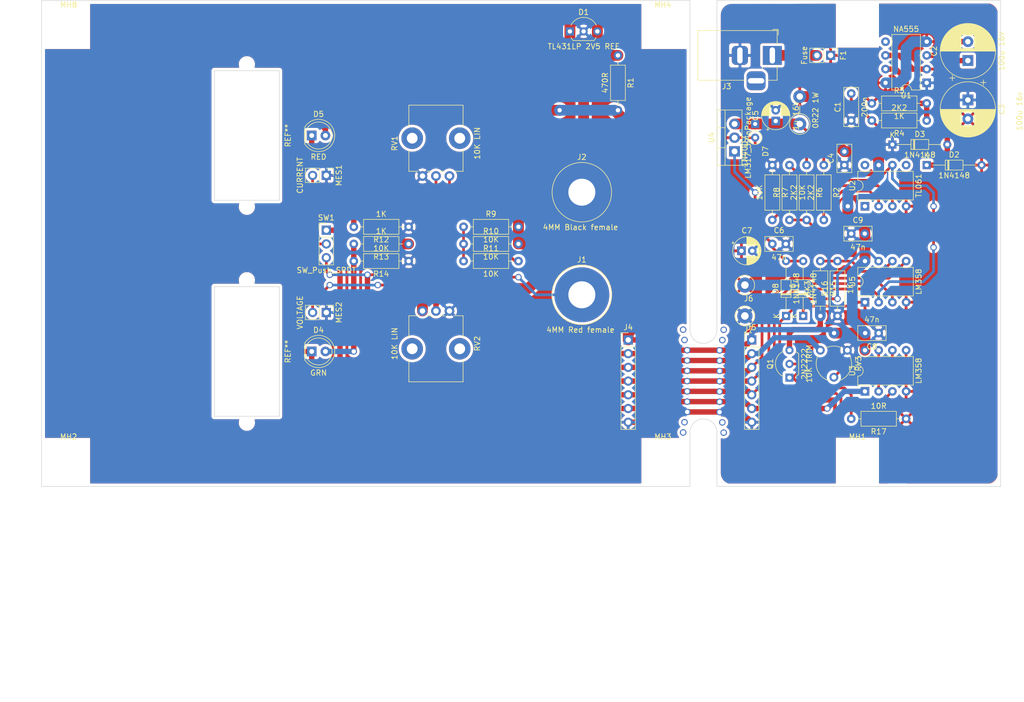
<source format=kicad_pcb>
(kicad_pcb (version 20171130) (host pcbnew "(5.0.0)")
  (layers (0 F.Cu signal) (31 B.Cu power) (34 B.Paste user) (35 F.Paste user) (36 B.SilkS user) (37 F.SilkS user) (38 B.Mask user) (39 F.Mask user) (44 Edge.Cuts user))
  (net 0 "")
  (net 1 GNDA)
  (net 2 "Net-(C1-Pad2)")
  (net 3 "Net-(C2-Pad1)")
  (net 4 "Net-(C2-Pad2)")
  (net 5 V-)
  (net 6 +12V)
  (net 7 /REG_INP)
  (net 8 /V_ADJ)
  (net 9 OUTPUT)
  (net 10 2V5)
  (net 11 LED)
  (net 12 "Net-(D4-Pad2)")
  (net 13 "Net-(D5-Pad1)")
  (net 14 "Net-(MES1-Pad2)")
  (net 15 "Net-(Q1-Pad2)")
  (net 16 /I_sink_sense)
  (net 17 /Hi_side_sense)
  (net 18 "Net-(R3-Pad2)")
  (net 19 /Lo_side_sense)
  (net 20 I_FB)
  (net 21 "Net-(R10-Pad1)")
  (net 22 "Net-(R11-Pad2)")
  (net 23 "Net-(R15-Pad1)")
  (net 24 I_SET)
  (net 25 V_SET)
  (net 26 "Net-(RV3-Pad2)")
  (net 27 /I_cmp)
  (net 28 /V_cmp)
  (net 29 12V_F)
  (net 30 "Net-(U1-Pad5)")
  (net 31 "Net-(U2-Pad8)")
  (net 32 "Net-(U2-Pad5)")
  (net 33 "Net-(U2-Pad1)")
  (module "PS2:3 DIGIT PANEL METER" (layer F.Cu) (at 58 45 90)
    (fp_text reference REF** (at 0 7.6 90) (layer F.SilkS))
    (fp_text value "3 DIGIT PANEL METER")
    (pad "" np_thru_hole circle (at -13.2 0 90) (size 2 2) (drill 2) (layers *.Cu *.Mask))
    (pad "" np_thru_hole circle (at 13.2 0 90) (size 2 2) (drill 2) (layers *.Cu *.Mask))
  )
  (module "PS2:3 DIGIT PANEL METER" (layer F.Cu) (at 58 85 90)
    (fp_text reference REF** (at 0 7.6 90) (layer F.SilkS))
    (fp_text value "3 DIGIT PANEL METER")
    (pad "" np_thru_hole circle (at 13.2 0 90) (size 2 2) (drill 2) (layers *.Cu *.Mask))
    (pad "" np_thru_hole circle (at -13.2 0 90) (size 2 2) (drill 2) (layers *.Cu *.Mask))
  )
  (module Connector:Banana_Jack_1Pin (layer F.Cu) (at 120 55.5)
    (fp_text reference J2 (at 0 -6.5) (layer F.SilkS))
    (fp_text value "4MM Black female" (at -0.25 6.5) (layer F.SilkS))
    (pad 1 thru_hole circle (at 0 0) (size 10.16 10.16) (drill 5) (layers *.Cu *.Mask) (net 1 GNDA))
  )
  (module Connector:Banana_Jack_1Pin (layer F.Cu) (at 120 74.5)
    (fp_text reference J1 (at 0 -6.5) (layer F.SilkS))
    (fp_text value "4MM Red female" (at -0.25 6.5) (layer F.SilkS))
    (pad 1 thru_hole circle (at 0 0) (size 10.16 10.16) (drill 5) (layers *.Cu *.Mask) (net 9 OUTPUT))
  )
  (module TestPoint:TestPoint_Loop_D3.50mm_Drill1.4mm_Beaded (layer F.Cu) (at 150.175 78.42)
    (fp_text reference J7 (at 0.7 2.5) (layer F.SilkS))
    (fp_text value Conn_01x01_Female)
    (pad 1 thru_hole circle (at 0 0) (size 2.8 2.8) (drill 1.4) (layers *.Cu *.Mask) (net 1 GNDA))
  )
  (module MountingHole:MountingHole_3.2mm_M3 (layer F.Cu) (at 171 25)
    (fp_text reference MH5 hide)
    (fp_text value MountingHole)
    (pad 1 np_thru_hole circle (at 0 0) (size 3.2 3.2) (drill 3.2) (layers *.Cu *.Mask))
  )
  (module MountingHole:MountingHole_3.2mm_M3 (layer F.Cu) (at 171 105)
    (fp_text reference MH1 (at 0 -4.2) (layer F.SilkS))
    (fp_text value MountingHole)
    (pad 1 np_thru_hole circle (at 0 0) (size 3.2 3.2) (drill 3.2) (layers *.Cu *.Mask))
  )
  (module Diode_THT:D_DO-34_SOD68_P2.54mm_Vertical_KathodeUp (layer F.Cu) (at 152.08 42.86 270)
    (fp_text reference D7 (at 5.08 -1.92 90) (layer F.SilkS))
    (fp_text value 1N4007 (at 5.08 1.92 90) (layer F.SilkS))
    (pad 2 thru_hole oval (at 2.54 0 270) (size 1.5 1.5) (drill 0.75) (layers *.Cu *.Mask) (net 9 OUTPUT))
    (pad 1 thru_hole rect (at 0 0 270) (size 1.5 1.5) (drill 0.75) (layers *.Cu *.Mask) (net 7 /REG_INP))
  )
  (module TestPoint:TestPoint_Loop_D3.50mm_Drill1.4mm_Beaded (layer F.Cu) (at 150.175 72.705)
    (fp_text reference J6 (at 0.7 2.5) (layer F.SilkS))
    (fp_text value Conn_01x01_Female)
    (pad 1 thru_hole circle (at 0 0) (size 2.8 2.8) (drill 1.4) (layers *.Cu *.Mask) (net 9 OUTPUT))
  )
  (module Package_DIP:DIP-8_W7.62mm (layer F.Cu) (at 172.4 75.88 90)
    (fp_text reference U5 (at 3.81 -2.33 90) (layer F.SilkS))
    (fp_text value LM358 (at 3.81 9.95 90) (layer F.SilkS))
    (pad 8 thru_hole oval (at 7.62 0 90) (size 1.6 1.6) (drill 0.8) (layers *.Cu *.Mask) (net 29 12V_F))
    (pad 4 thru_hole oval (at 0 7.62 90) (size 1.6 1.6) (drill 0.8) (layers *.Cu *.Mask) (net 5 V-))
    (pad 7 thru_hole oval (at 7.62 2.54 90) (size 1.6 1.6) (drill 0.8) (layers *.Cu *.Mask) (net 28 /V_cmp))
    (pad 3 thru_hole oval (at 0 5.08 90) (size 1.6 1.6) (drill 0.8) (layers *.Cu *.Mask) (net 24 I_SET))
    (pad 6 thru_hole oval (at 7.62 5.08 90) (size 1.6 1.6) (drill 0.8) (layers *.Cu *.Mask) (net 23 "Net-(R15-Pad1)"))
    (pad 2 thru_hole oval (at 0 2.54 90) (size 1.6 1.6) (drill 0.8) (layers *.Cu *.Mask) (net 20 I_FB))
    (pad 5 thru_hole oval (at 7.62 7.62 90) (size 1.6 1.6) (drill 0.8) (layers *.Cu *.Mask) (net 25 V_SET))
    (pad 1 thru_hole rect (at 0 0 90) (size 1.6 1.6) (drill 0.8) (layers *.Cu *.Mask) (net 27 /I_cmp))
  )
  (module Connector_PinHeader_2.54mm:PinHeader_1x07_P2.54mm_Vertical (layer F.Cu) (at 151.445 82.865)
    (fp_text reference J5 (at 0 -2.33) (layer F.SilkS))
    (fp_text value Conn_01x07_Female)
    (pad 7 thru_hole oval (at 0 15.24) (size 1.7 1.7) (drill 1) (layers *.Cu *.Mask) (net 1 GNDA))
    (pad 6 thru_hole oval (at 0 12.7) (size 1.7 1.7) (drill 1) (layers *.Cu *.Mask) (net 11 LED))
    (pad 5 thru_hole oval (at 0 10.16) (size 1.7 1.7) (drill 1) (layers *.Cu *.Mask) (net 20 I_FB))
    (pad 4 thru_hole oval (at 0 7.62) (size 1.7 1.7) (drill 1) (layers *.Cu *.Mask) (net 24 I_SET))
    (pad 3 thru_hole oval (at 0 5.08) (size 1.7 1.7) (drill 1) (layers *.Cu *.Mask) (net 25 V_SET))
    (pad 2 thru_hole oval (at 0 2.54) (size 1.7 1.7) (drill 1) (layers *.Cu *.Mask) (net 10 2V5))
    (pad 1 thru_hole rect (at 0 0) (size 1.7 1.7) (drill 1) (layers *.Cu *.Mask) (net 29 12V_F))
  )
  (module Connector_PinHeader_2.54mm:PinHeader_1x07_P2.54mm_Vertical (layer F.Cu) (at 128.585 82.865)
    (fp_text reference J4 (at 0 -2.33) (layer F.SilkS))
    (fp_text value Conn_01x07_Male)
    (pad 7 thru_hole oval (at 0 15.24) (size 1.7 1.7) (drill 1) (layers *.Cu *.Mask) (net 1 GNDA))
    (pad 6 thru_hole oval (at 0 12.7) (size 1.7 1.7) (drill 1) (layers *.Cu *.Mask) (net 11 LED))
    (pad 5 thru_hole oval (at 0 10.16) (size 1.7 1.7) (drill 1) (layers *.Cu *.Mask) (net 20 I_FB))
    (pad 4 thru_hole oval (at 0 7.62) (size 1.7 1.7) (drill 1) (layers *.Cu *.Mask) (net 24 I_SET))
    (pad 3 thru_hole oval (at 0 5.08) (size 1.7 1.7) (drill 1) (layers *.Cu *.Mask) (net 25 V_SET))
    (pad 2 thru_hole oval (at 0 2.54) (size 1.7 1.7) (drill 1) (layers *.Cu *.Mask) (net 10 2V5))
    (pad 1 thru_hole rect (at 0 0) (size 1.7 1.7) (drill 1) (layers *.Cu *.Mask) (net 29 12V_F))
  )
  (module MountingHole:MountingHole_3.2mm_M3 (layer F.Cu) (at 135 105)
    (fp_text reference MH3 (at 0 -4.2) (layer F.SilkS))
    (fp_text value MountingHole)
    (pad 1 np_thru_hole circle (at 0 0) (size 3.2 3.2) (drill 3.2) (layers *.Cu *.Mask))
  )
  (module Capacitor_THT:C_Rect_L7.0mm_W2.5mm_P5.00mm (layer F.Cu) (at 169.86 42.225 90)
    (fp_text reference C1 (at 2.5 -2.5 90) (layer F.SilkS))
    (fp_text value 200n (at 2.5 2.5 90) (layer F.SilkS))
    (pad 1 thru_hole circle (at 0 0 90) (size 1.6 1.6) (drill 0.8) (layers *.Cu *.Mask) (net 1 GNDA))
    (pad 2 thru_hole circle (at 5 0 90) (size 1.6 1.6) (drill 0.8) (layers *.Cu *.Mask) (net 2 "Net-(C1-Pad2)"))
  )
  (module Capacitor_THT:CP_Radial_D10.0mm_P3.50mm (layer F.Cu) (at 191.45 31.12 90)
    (fp_text reference C2 (at 1.75 -6.25 90) (layer F.SilkS))
    (fp_text value "100u 16V" (at 1.75 6.25 90) (layer F.SilkS))
    (pad 2 thru_hole circle (at 3.5 0 90) (size 2 2) (drill 1) (layers *.Cu *.Mask) (net 4 "Net-(C2-Pad2)"))
    (pad 1 thru_hole rect (at 0 0 90) (size 2 2) (drill 1) (layers *.Cu *.Mask) (net 3 "Net-(C2-Pad1)"))
  )
  (module Capacitor_THT:CP_Radial_D10.0mm_P3.50mm (layer F.Cu) (at 191.45 38.415 270)
    (fp_text reference C3 (at 1.75 -6.25 90) (layer F.SilkS))
    (fp_text value "100u 16v" (at 2.085 -9.55 90) (layer F.SilkS))
    (pad 1 thru_hole rect (at 0 0 270) (size 2 2) (drill 1) (layers *.Cu *.Mask) (net 1 GNDA))
    (pad 2 thru_hole circle (at 3.5 0 270) (size 2 2) (drill 1) (layers *.Cu *.Mask) (net 5 V-))
  )
  (module Capacitor_THT:C_Disc_D5.0mm_W2.5mm_P2.50mm (layer F.Cu) (at 168.59 50.48 90)
    (fp_text reference C4 (at 1.25 -2.5 90) (layer F.SilkS))
    (fp_text value 47n)
    (pad 2 thru_hole circle (at 2.5 0 90) (size 1.6 1.6) (drill 0.8) (layers *.Cu *.Mask) (net 29 12V_F))
    (pad 1 thru_hole circle (at 0 0 90) (size 1.6 1.6) (drill 0.8) (layers *.Cu *.Mask) (net 1 GNDA))
  )
  (module Capacitor_THT:CP_Radial_D5.0mm_P2.00mm (layer F.Cu) (at 155.89 42.32 90)
    (fp_text reference C5 (at 1 -3.75 90) (layer F.SilkS))
    (fp_text value "1u 16V" (at 1 3.75 90) (layer F.SilkS))
    (pad 1 thru_hole rect (at 0 0 90) (size 1.6 1.6) (drill 0.8) (layers *.Cu *.Mask) (net 7 /REG_INP))
    (pad 2 thru_hole circle (at 2 0 90) (size 1.6 1.6) (drill 0.8) (layers *.Cu *.Mask) (net 1 GNDA))
  )
  (module Capacitor_THT:C_Disc_D5.0mm_W2.5mm_P2.50mm (layer F.Cu) (at 155.255 65.085)
    (fp_text reference C6 (at 1.25 -2.5) (layer F.SilkS))
    (fp_text value 47n (at 1.25 2.5) (layer F.SilkS))
    (pad 1 thru_hole circle (at 0 0) (size 1.6 1.6) (drill 0.8) (layers *.Cu *.Mask) (net 8 /V_ADJ))
    (pad 2 thru_hole circle (at 2.5 0) (size 1.6 1.6) (drill 0.8) (layers *.Cu *.Mask) (net 1 GNDA))
  )
  (module Capacitor_THT:CP_Radial_D5.0mm_P2.00mm (layer F.Cu) (at 149.54 66.355)
    (fp_text reference C7 (at 1 -3.75) (layer F.SilkS))
    (fp_text value "1u 16V")
    (pad 2 thru_hole circle (at 2 0) (size 1.6 1.6) (drill 0.8) (layers *.Cu *.Mask) (net 1 GNDA))
    (pad 1 thru_hole rect (at 0 0) (size 1.6 1.6) (drill 0.8) (layers *.Cu *.Mask) (net 9 OUTPUT))
  )
  (module Capacitor_THT:C_Disc_D5.0mm_W2.5mm_P2.50mm (layer F.Cu) (at 174.94 81.595 180)
    (fp_text reference C8 (at 1.25 -2.5) (layer F.SilkS))
    (fp_text value 47n (at 1.25 2.5) (layer F.SilkS))
    (pad 1 thru_hole circle (at 0 0 180) (size 1.6 1.6) (drill 0.8) (layers *.Cu *.Mask) (net 1 GNDA))
    (pad 2 thru_hole circle (at 2.5 0 180) (size 1.6 1.6) (drill 0.8) (layers *.Cu *.Mask) (net 29 12V_F))
  )
  (module Capacitor_THT:C_Disc_D5.0mm_W2.5mm_P2.50mm (layer F.Cu) (at 169.86 63.18)
    (fp_text reference C9 (at 1.25 -2.5) (layer F.SilkS))
    (fp_text value 47n (at 1.25 2.5) (layer F.SilkS))
    (pad 2 thru_hole circle (at 2.5 0) (size 1.6 1.6) (drill 0.8) (layers *.Cu *.Mask) (net 29 12V_F))
    (pad 1 thru_hole circle (at 0 0) (size 1.6 1.6) (drill 0.8) (layers *.Cu *.Mask) (net 1 GNDA))
  )
  (module Package_TO_SOT_THT:TO-92L_Inline_Wide (layer F.Cu) (at 117.79 25.715)
    (fp_text reference D1 (at 2.54 -3.56) (layer F.SilkS))
    (fp_text value "TL431LP 2V5 REF" (at 2.54 2.79) (layer F.SilkS))
    (pad 2 thru_hole circle (at 2.54 0 90) (size 1.5 1.5) (drill 0.8) (layers *.Cu *.Mask) (net 1 GNDA))
    (pad 3 thru_hole circle (at 5.08 0 90) (size 1.5 1.5) (drill 0.8) (layers *.Cu *.Mask) (net 10 2V5))
    (pad 1 thru_hole rect (at 0 0 90) (size 1.5 1.5) (drill 0.8) (layers *.Cu *.Mask) (net 10 2V5))
  )
  (module Diode_THT:D_DO-34_SOD68_P10.16mm_Horizontal (layer F.Cu) (at 183.83 50.48)
    (fp_text reference D2 (at 5.08 -1.92) (layer F.SilkS))
    (fp_text value 1N4148 (at 5.08 1.92) (layer F.SilkS))
    (fp_text user K (at 0 -1.75) (layer F.SilkS))
    (pad 1 thru_hole rect (at 0 0) (size 1.5 1.5) (drill 0.75) (layers *.Cu *.Mask) (net 3 "Net-(C2-Pad1)"))
    (pad 2 thru_hole oval (at 10.16 0) (size 1.5 1.5) (drill 0.75) (layers *.Cu *.Mask) (net 5 V-))
  )
  (module Diode_THT:D_DO-34_SOD68_P10.16mm_Horizontal (layer F.Cu) (at 177.48 46.67)
    (fp_text reference D3 (at 5.08 -1.92) (layer F.SilkS))
    (fp_text value 1N4148 (at 5.08 1.92) (layer F.SilkS))
    (fp_text user K (at 0 -1.75) (layer F.SilkS))
    (pad 2 thru_hole oval (at 10.16 0) (size 1.5 1.5) (drill 0.75) (layers *.Cu *.Mask) (net 3 "Net-(C2-Pad1)"))
    (pad 1 thru_hole rect (at 0 0) (size 1.5 1.5) (drill 0.75) (layers *.Cu *.Mask) (net 1 GNDA))
  )
  (module LED_THT:LED_D5.0mm (layer F.Cu) (at 70 85)
    (fp_text reference D4 (at 1.27 -3.96) (layer F.SilkS))
    (fp_text value GRN (at 1.27 3.96) (layer F.SilkS))
    (pad 2 thru_hole circle (at 2.54 0) (size 1.8 1.8) (drill 0.9) (layers *.Cu *.Mask) (net 12 "Net-(D4-Pad2)"))
    (pad 1 thru_hole rect (at 0 0) (size 1.8 1.8) (drill 0.9) (layers *.Cu *.Mask) (net 11 LED))
  )
  (module LED_THT:LED_D5.0mm (layer F.Cu) (at 70 45)
    (fp_text reference D5 (at 1.27 -3.96) (layer F.SilkS))
    (fp_text value RED (at 1.27 3.96) (layer F.SilkS))
    (pad 1 thru_hole rect (at 0 0) (size 1.8 1.8) (drill 0.9) (layers *.Cu *.Mask) (net 13 "Net-(D5-Pad1)"))
    (pad 2 thru_hole circle (at 2.54 0) (size 1.8 1.8) (drill 0.9) (layers *.Cu *.Mask) (net 11 LED))
  )
  (module Diode_THT:D_DO-34_SOD68_P10.16mm_Horizontal (layer F.Cu) (at 160.97 78.42 90)
    (fp_text reference D6 (at 5.08 -1.92 90) (layer F.SilkS))
    (fp_text value 1N4148 (at 5.08 1.92 90) (layer F.SilkS))
    (fp_text user K (at 0 -1.75 90) (layer F.SilkS))
    (pad 1 thru_hole rect (at 0 0 90) (size 1.5 1.5) (drill 0.75) (layers *.Cu *.Mask) (net 27 /I_cmp))
    (pad 2 thru_hole oval (at 10.16 0 90) (size 1.5 1.5) (drill 0.75) (layers *.Cu *.Mask) (net 8 /V_ADJ))
  )
  (module Diode_THT:D_DO-34_SOD68_P10.16mm_Horizontal (layer F.Cu) (at 157.795 78.42 90)
    (fp_text reference D8 (at 5.08 -1.92 90) (layer F.SilkS))
    (fp_text value 1N4148 (at 5.08 1.92 90) (layer F.SilkS))
    (fp_text user K (at 0 -1.75 90) (layer F.SilkS))
    (pad 1 thru_hole rect (at 0 0 90) (size 1.5 1.5) (drill 0.75) (layers *.Cu *.Mask) (net 28 /V_cmp))
    (pad 2 thru_hole oval (at 10.16 0 90) (size 1.5 1.5) (drill 0.75) (layers *.Cu *.Mask) (net 8 /V_ADJ))
  )
  (module Connector_PinHeader_2.54mm:PinHeader_1x02_P2.54mm_Vertical (layer F.Cu) (at 166.05 30.16 270)
    (fp_text reference F1 (at 0 -2.33 90) (layer F.SilkS))
    (fp_text value Fuse (at 0 4.87 90) (layer F.SilkS))
    (pad 1 thru_hole rect (at 0 0 270) (size 1.7 1.7) (drill 1) (layers *.Cu *.Mask) (net 29 12V_F))
    (pad 2 thru_hole oval (at 0 2.54 270) (size 1.7 1.7) (drill 1) (layers *.Cu *.Mask) (net 6 +12V))
  )
  (module Connector_BarrelJack:BarrelJack_Horizontal (layer F.Cu) (at 155.255 30.16)
    (fp_text reference J3 (at -8.45 5.75) (layer F.SilkS))
    (fp_text value Barrel_Jack_MountingPin)
    (pad 1 thru_hole rect (at 0 0) (size 3.5 3.5) (drill oval 1 3) (layers *.Cu *.Mask) (net 6 +12V))
    (pad 2 thru_hole roundrect (at -6 0) (size 3 3.5) (drill oval 1 3) (layers *.Cu *.Mask) (net 1 GNDA))
    (pad 3 thru_hole roundrect (at -3 4.7) (size 3.5 3.5) (drill oval 3 1) (layers *.Cu *.Mask))
  )
  (module Connector_PinHeader_2.54mm:PinHeader_1x02_P2.54mm_Vertical (layer F.Cu) (at 72.705 52.385 270)
    (fp_text reference MES1 (at 0 -2.33 90) (layer F.SilkS))
    (fp_text value CURRENT (at 0 4.87 90) (layer F.SilkS))
    (pad 2 thru_hole oval (at 0 2.54 270) (size 1.7 1.7) (drill 1) (layers *.Cu *.Mask) (net 14 "Net-(MES1-Pad2)"))
    (pad 1 thru_hole rect (at 0 0 270) (size 1.7 1.7) (drill 1) (layers *.Cu *.Mask) (net 1 GNDA))
  )
  (module Connector_PinHeader_2.54mm:PinHeader_1x02_P2.54mm_Vertical (layer F.Cu) (at 72.705 77.785 270)
    (fp_text reference MES2 (at 0 -2.33 90) (layer F.SilkS))
    (fp_text value VOLTAGE (at 0 4.87 90) (layer F.SilkS))
    (pad 1 thru_hole rect (at 0 0 270) (size 1.7 1.7) (drill 1) (layers *.Cu *.Mask) (net 1 GNDA))
    (pad 2 thru_hole oval (at 0 2.54 270) (size 1.7 1.7) (drill 1) (layers *.Cu *.Mask) (net 9 OUTPUT))
  )
  (module MountingHole:MountingHole_3.2mm_M3 (layer F.Cu) (at 25 105)
    (fp_text reference MH2 (at 0 -4.2) (layer F.SilkS))
    (fp_text value MountingHole)
    (pad 1 np_thru_hole circle (at 0 0) (size 3.2 3.2) (drill 3.2) (layers *.Cu *.Mask))
  )
  (module MountingHole:MountingHole_3.2mm_M3 (layer F.Cu) (at 135 25)
    (fp_text reference MH4 (at 0 -4.2) (layer F.SilkS))
    (fp_text value MountingHole)
    (pad 1 np_thru_hole circle (at 0 0) (size 3.2 3.2) (drill 3.2) (layers *.Cu *.Mask))
  )
  (module MountingHole:MountingHole_3.2mm_M3 (layer F.Cu) (at 25 25)
    (fp_text reference MH8 (at 0 -4.2) (layer F.SilkS))
    (fp_text value MountingHole)
    (pad 1 np_thru_hole circle (at 0 0) (size 3.2 3.2) (drill 3.2) (layers *.Cu *.Mask))
  )
  (module Package_TO_SOT_THT:TO-92L_Inline_Wide (layer F.Cu) (at 158.43 89.85 90)
    (fp_text reference Q1 (at 2.54 -3.56 90) (layer F.SilkS))
    (fp_text value 2N2222 (at 2.54 2.79 90) (layer F.SilkS))
    (pad 1 thru_hole rect (at 0 0 180) (size 1.5 1.5) (drill 0.8) (layers *.Cu *.Mask) (net 16 /I_sink_sense))
    (pad 3 thru_hole circle (at 5.08 0 180) (size 1.5 1.5) (drill 0.8) (layers *.Cu *.Mask) (net 9 OUTPUT))
    (pad 2 thru_hole circle (at 2.54 0 180) (size 1.5 1.5) (drill 0.8) (layers *.Cu *.Mask) (net 15 "Net-(Q1-Pad2)"))
  )
  (module Resistor_THT:R_Axial_DIN0207_L6.3mm_D2.5mm_P10.16mm_Horizontal (layer F.Cu) (at 126.68 30.16 270)
    (fp_text reference R1 (at 5.08 -2.37 90) (layer F.SilkS))
    (fp_text value 470R (at 5.08 2.37 90) (layer F.SilkS))
    (pad 2 thru_hole oval (at 10.16 0 270) (size 1.6 1.6) (drill 0.8) (layers *.Cu *.Mask) (net 29 12V_F))
    (pad 1 thru_hole circle (at 0 0 270) (size 1.6 1.6) (drill 0.8) (layers *.Cu *.Mask) (net 10 2V5))
  )
  (module Resistor_THT:R_Axial_DIN0207_L6.3mm_D2.5mm_P10.16mm_Horizontal (layer F.Cu) (at 164.78 50.48 270)
    (fp_text reference R2 (at 5.08 -2.37 90) (layer F.SilkS))
    (fp_text value 2K2 (at 5.08 2.37 90) (layer F.SilkS))
    (pad 2 thru_hole oval (at 10.16 0 270) (size 1.6 1.6) (drill 0.8) (layers *.Cu *.Mask) (net 17 /Hi_side_sense))
    (pad 1 thru_hole circle (at 0 0 270) (size 1.6 1.6) (drill 0.8) (layers *.Cu *.Mask) (net 29 12V_F))
  )
  (module Resistor_THT:R_Axial_DIN0207_L6.3mm_D2.5mm_P10.16mm_Horizontal (layer F.Cu) (at 173.67 39.05)
    (fp_text reference R3 (at 5.08 -2.37) (layer F.SilkS))
    (fp_text value 1K (at 5.08 2.37) (layer F.SilkS))
    (pad 1 thru_hole circle (at 0 0) (size 1.6 1.6) (drill 0.8) (layers *.Cu *.Mask) (net 29 12V_F))
    (pad 2 thru_hole oval (at 10.16 0) (size 1.6 1.6) (drill 0.8) (layers *.Cu *.Mask) (net 18 "Net-(R3-Pad2)"))
  )
  (module Resistor_THT:R_Axial_DIN0207_L6.3mm_D2.5mm_P10.16mm_Horizontal (layer F.Cu) (at 183.83 42.225 180)
    (fp_text reference R4 (at 5.08 -2.37) (layer F.SilkS))
    (fp_text value 2K2 (at 5.08 2.37) (layer F.SilkS))
    (pad 2 thru_hole oval (at 10.16 0 180) (size 1.6 1.6) (drill 0.8) (layers *.Cu *.Mask) (net 2 "Net-(C1-Pad2)"))
    (pad 1 thru_hole circle (at 0 0 180) (size 1.6 1.6) (drill 0.8) (layers *.Cu *.Mask) (net 18 "Net-(R3-Pad2)"))
  )
  (module Resistor_THT:R_Axial_DIN0411_L9.9mm_D3.6mm_P5.08mm_Vertical (layer F.Cu) (at 160.335 42.86 90)
    (fp_text reference R5 (at 2.54 -2.92 90) (layer F.SilkS))
    (fp_text value "0R22 1W" (at 2.54 2.92 90) (layer F.SilkS))
    (pad 1 thru_hole circle (at 0 0 90) (size 2.4 2.4) (drill 1.2) (layers *.Cu *.Mask) (net 7 /REG_INP))
    (pad 2 thru_hole oval (at 5.08 0 90) (size 2.4 2.4) (drill 1.2) (layers *.Cu *.Mask) (net 29 12V_F))
  )
  (module Resistor_THT:R_Axial_DIN0207_L6.3mm_D2.5mm_P10.16mm_Horizontal (layer F.Cu) (at 161.605 50.48 270)
    (fp_text reference R6 (at 5.08 -2.37 90) (layer F.SilkS))
    (fp_text value 2K2 (at 5.08 2.37 90) (layer F.SilkS))
    (pad 1 thru_hole circle (at 0 0 270) (size 1.6 1.6) (drill 0.8) (layers *.Cu *.Mask) (net 7 /REG_INP))
    (pad 2 thru_hole oval (at 10.16 0 270) (size 1.6 1.6) (drill 0.8) (layers *.Cu *.Mask) (net 19 /Lo_side_sense))
  )
  (module Resistor_THT:R_Axial_DIN0207_L6.3mm_D2.5mm_P10.16mm_Horizontal (layer F.Cu) (at 155.255 50.48 270)
    (fp_text reference R7 (at 5.08 -2.37 90) (layer F.SilkS))
    (fp_text value 10K (at 5.08 2.37 90) (layer F.SilkS))
    (pad 2 thru_hole oval (at 10.16 0 270) (size 1.6 1.6) (drill 0.8) (layers *.Cu *.Mask) (net 17 /Hi_side_sense))
    (pad 1 thru_hole circle (at 0 0 270) (size 1.6 1.6) (drill 0.8) (layers *.Cu *.Mask) (net 1 GNDA))
  )
  (module Resistor_THT:R_Axial_DIN0207_L6.3mm_D2.5mm_P10.16mm_Horizontal (layer F.Cu) (at 158.43 60.64 90)
    (fp_text reference R8 (at 5.08 -2.37 90) (layer F.SilkS))
    (fp_text value 10K (at 5.08 2.37 90) (layer F.SilkS))
    (pad 1 thru_hole circle (at 0 0 90) (size 1.6 1.6) (drill 0.8) (layers *.Cu *.Mask) (net 19 /Lo_side_sense))
    (pad 2 thru_hole oval (at 10.16 0 90) (size 1.6 1.6) (drill 0.8) (layers *.Cu *.Mask) (net 20 I_FB))
  )
  (module Resistor_THT:R_Axial_DIN0207_L6.3mm_D2.5mm_P10.16mm_Horizontal (layer F.Cu) (at 98.105 61.91)
    (fp_text reference R9 (at 5.08 -2.37) (layer F.SilkS))
    (fp_text value 10K (at 5.08 2.37) (layer F.SilkS))
    (pad 1 thru_hole circle (at 0 0) (size 1.6 1.6) (drill 0.8) (layers *.Cu *.Mask) (net 21 "Net-(R10-Pad1)"))
    (pad 2 thru_hole oval (at 10.16 0) (size 1.6 1.6) (drill 0.8) (layers *.Cu *.Mask) (net 10 2V5))
  )
  (module Resistor_THT:R_Axial_DIN0207_L6.3mm_D2.5mm_P10.16mm_Horizontal (layer F.Cu) (at 98.105 65.085)
    (fp_text reference R10 (at 5.08 -2.37) (layer F.SilkS))
    (fp_text value 10K (at 5.08 2.37) (layer F.SilkS))
    (pad 2 thru_hole oval (at 10.16 0) (size 1.6 1.6) (drill 0.8) (layers *.Cu *.Mask) (net 10 2V5))
    (pad 1 thru_hole circle (at 0 0) (size 1.6 1.6) (drill 0.8) (layers *.Cu *.Mask) (net 21 "Net-(R10-Pad1)"))
  )
  (module Resistor_THT:R_Axial_DIN0207_L6.3mm_D2.5mm_P10.16mm_Horizontal (layer F.Cu) (at 98.105 68.26)
    (fp_text reference R11 (at 5.08 -2.37) (layer F.SilkS))
    (fp_text value 10K (at 5.08 2.37) (layer F.SilkS))
    (pad 1 thru_hole circle (at 0 0) (size 1.6 1.6) (drill 0.8) (layers *.Cu *.Mask) (net 21 "Net-(R10-Pad1)"))
    (pad 2 thru_hole oval (at 10.16 0) (size 1.6 1.6) (drill 0.8) (layers *.Cu *.Mask) (net 22 "Net-(R11-Pad2)"))
  )
  (module Resistor_THT:R_Axial_DIN0207_L6.3mm_D2.5mm_P10.16mm_Horizontal (layer F.Cu) (at 87.945 61.91 180)
    (fp_text reference R12 (at 5.08 -2.37) (layer F.SilkS))
    (fp_text value 1K (at 5.08 2.37) (layer F.SilkS))
    (pad 2 thru_hole oval (at 10.16 0 180) (size 1.6 1.6) (drill 0.8) (layers *.Cu *.Mask) (net 13 "Net-(D5-Pad1)"))
    (pad 1 thru_hole circle (at 0 0 180) (size 1.6 1.6) (drill 0.8) (layers *.Cu *.Mask) (net 1 GNDA))
  )
  (module Resistor_THT:R_Axial_DIN0207_L6.3mm_D2.5mm_P10.16mm_Horizontal (layer F.Cu) (at 87.945 65.085 180)
    (fp_text reference R13 (at 5.08 -2.37) (layer F.SilkS))
    (fp_text value 1K (at 5.08 2.37) (layer F.SilkS))
    (pad 1 thru_hole circle (at 0 0 180) (size 1.6 1.6) (drill 0.8) (layers *.Cu *.Mask) (net 29 12V_F))
    (pad 2 thru_hole oval (at 10.16 0 180) (size 1.6 1.6) (drill 0.8) (layers *.Cu *.Mask) (net 12 "Net-(D4-Pad2)"))
  )
  (module Resistor_THT:R_Axial_DIN0207_L6.3mm_D2.5mm_P10.16mm_Horizontal (layer F.Cu) (at 87.945 68.26 180)
    (fp_text reference R14 (at 5.08 -2.37) (layer F.SilkS))
    (fp_text value 10K (at 5.08 2.37) (layer F.SilkS))
    (pad 1 thru_hole circle (at 0 0 180) (size 1.6 1.6) (drill 0.8) (layers *.Cu *.Mask) (net 1 GNDA))
    (pad 2 thru_hole oval (at 10.16 0 180) (size 1.6 1.6) (drill 0.8) (layers *.Cu *.Mask) (net 12 "Net-(D4-Pad2)"))
  )
  (module Resistor_THT:R_Axial_DIN0207_L6.3mm_D2.5mm_P10.16mm_Horizontal (layer F.Cu) (at 164.145 68.26 270)
    (fp_text reference R15 (at 5.08 -2.37 90) (layer F.SilkS))
    (fp_text value 3K3 (at 5.08 2.37 90) (layer F.SilkS))
    (pad 1 thru_hole circle (at 0 0 270) (size 1.6 1.6) (drill 0.8) (layers *.Cu *.Mask) (net 23 "Net-(R15-Pad1)"))
    (pad 2 thru_hole oval (at 10.16 0 270) (size 1.6 1.6) (drill 0.8) (layers *.Cu *.Mask) (net 9 OUTPUT))
  )
  (module Resistor_THT:R_Axial_DIN0207_L6.3mm_D2.5mm_P10.16mm_Horizontal (layer F.Cu) (at 167.32 78.42 90)
    (fp_text reference R16 (at 5.08 -2.37 90) (layer F.SilkS))
    (fp_text value 1K (at 5.08 2.37 90) (layer F.SilkS))
    (pad 2 thru_hole oval (at 10.16 0 90) (size 1.6 1.6) (drill 0.8) (layers *.Cu *.Mask) (net 23 "Net-(R15-Pad1)"))
    (pad 1 thru_hole circle (at 0 0 90) (size 1.6 1.6) (drill 0.8) (layers *.Cu *.Mask) (net 1 GNDA))
  )
  (module Resistor_THT:R_Axial_DIN0207_L6.3mm_D2.5mm_P10.16mm_Horizontal (layer F.Cu) (at 180.02 97.47 180)
    (fp_text reference R17 (at 5.08 -2.37) (layer F.SilkS))
    (fp_text value 10R (at 5.08 2.37) (layer F.SilkS))
    (pad 2 thru_hole oval (at 10.16 0 180) (size 1.6 1.6) (drill 0.8) (layers *.Cu *.Mask) (net 16 /I_sink_sense))
    (pad 1 thru_hole circle (at 0 0 180) (size 1.6 1.6) (drill 0.8) (layers *.Cu *.Mask) (net 5 V-))
  )
  (module Potentiometer_THT:Potentiometer_Alps_RK09K_Single_Vertical (layer F.Cu) (at 95.5 52.5 90)
    (fp_text reference RV1 (at 6.05 -10.15 90) (layer F.SilkS))
    (fp_text value "10K LIN" (at 6.05 5.15 90) (layer F.SilkS))
    (pad "" np_thru_hole circle (at 7 1.9 90) (size 4 4) (drill 2) (layers *.Cu *.Mask))
    (pad "" np_thru_hole circle (at 7 -6.9 90) (size 4 4) (drill 2) (layers *.Cu *.Mask))
    (pad 1 thru_hole circle (at 0 0 90) (size 1.8 1.8) (drill 1) (layers *.Cu *.Mask) (net 22 "Net-(R11-Pad2)"))
    (pad 2 thru_hole circle (at 0 -2.5 90) (size 1.8 1.8) (drill 1) (layers *.Cu *.Mask) (net 24 I_SET))
    (pad 3 thru_hole circle (at 0 -5 90) (size 1.8 1.8) (drill 1) (layers *.Cu *.Mask) (net 1 GNDA))
  )
  (module Potentiometer_THT:Potentiometer_Alps_RK09K_Single_Vertical (layer F.Cu) (at 90.5 77.5 270)
    (fp_text reference RV2 (at 6.05 -10.15 90) (layer F.SilkS))
    (fp_text value "10K LIN" (at 6.05 5.15 90) (layer F.SilkS))
    (pad 3 thru_hole circle (at 0 -5 270) (size 1.8 1.8) (drill 1) (layers *.Cu *.Mask) (net 1 GNDA))
    (pad 2 thru_hole circle (at 0 -2.5 270) (size 1.8 1.8) (drill 1) (layers *.Cu *.Mask) (net 25 V_SET))
    (pad 1 thru_hole circle (at 0 0 270) (size 1.8 1.8) (drill 1) (layers *.Cu *.Mask) (net 10 2V5))
    (pad "" np_thru_hole circle (at 7 -6.9 270) (size 4 4) (drill 2) (layers *.Cu *.Mask))
    (pad "" np_thru_hole circle (at 7 1.9 270) (size 4 4) (drill 2) (layers *.Cu *.Mask))
  )
  (module Potentiometer_THT:Potentiometer_Piher_PT-6-V_Vertical (layer F.Cu) (at 164.145 84.77 270)
    (fp_text reference RV3 (at 2.5 -7.06 90) (layer F.SilkS))
    (fp_text value "10K TRIM" (at 2.5 2.06 90) (layer F.SilkS))
    (pad 3 thru_hole circle (at 0 -5 270) (size 1.62 1.62) (drill 0.9) (layers *.Cu *.Mask) (net 1 GNDA))
    (pad 2 thru_hole circle (at 5 -2.5 270) (size 1.62 1.62) (drill 0.9) (layers *.Cu *.Mask) (net 26 "Net-(RV3-Pad2)"))
    (pad 1 thru_hole circle (at 0 0 270) (size 1.62 1.62) (drill 0.9) (layers *.Cu *.Mask) (net 10 2V5))
  )
  (module Connector_PinHeader_2.54mm:PinHeader_1x03_P2.54mm_Vertical (layer F.Cu) (at 72.705 62.545)
    (fp_text reference SW1 (at 0 -2.33) (layer F.SilkS))
    (fp_text value SW_Push_SPDT (at 0 7.41) (layer F.SilkS))
    (pad 1 thru_hole rect (at 0 0) (size 1.7 1.7) (drill 1) (layers *.Cu *.Mask) (net 20 I_FB))
    (pad 2 thru_hole oval (at 0 2.54) (size 1.7 1.7) (drill 1) (layers *.Cu *.Mask) (net 14 "Net-(MES1-Pad2)"))
    (pad 3 thru_hole oval (at 0 5.08) (size 1.7 1.7) (drill 1) (layers *.Cu *.Mask) (net 24 I_SET))
  )
  (module Package_DIP:DIP-8_W7.62mm (layer F.Cu) (at 183.83 35.24 180)
    (fp_text reference U1 (at 3.81 -2.33) (layer F.SilkS))
    (fp_text value NA555 (at 3.81 9.95) (layer F.SilkS))
    (pad 8 thru_hole oval (at 7.62 0 180) (size 1.6 1.6) (drill 0.8) (layers *.Cu *.Mask) (net 29 12V_F))
    (pad 4 thru_hole oval (at 0 7.62 180) (size 1.6 1.6) (drill 0.8) (layers *.Cu *.Mask) (net 29 12V_F))
    (pad 7 thru_hole oval (at 7.62 2.54 180) (size 1.6 1.6) (drill 0.8) (layers *.Cu *.Mask) (net 18 "Net-(R3-Pad2)"))
    (pad 3 thru_hole oval (at 0 5.08 180) (size 1.6 1.6) (drill 0.8) (layers *.Cu *.Mask) (net 4 "Net-(C2-Pad2)"))
    (pad 6 thru_hole oval (at 7.62 5.08 180) (size 1.6 1.6) (drill 0.8) (layers *.Cu *.Mask) (net 2 "Net-(C1-Pad2)"))
    (pad 2 thru_hole oval (at 0 2.54 180) (size 1.6 1.6) (drill 0.8) (layers *.Cu *.Mask) (net 2 "Net-(C1-Pad2)"))
    (pad 5 thru_hole oval (at 7.62 7.62 180) (size 1.6 1.6) (drill 0.8) (layers *.Cu *.Mask) (net 30 "Net-(U1-Pad5)"))
    (pad 1 thru_hole rect (at 0 0 180) (size 1.6 1.6) (drill 0.8) (layers *.Cu *.Mask) (net 1 GNDA))
  )
  (module Package_DIP:DIP-8_W7.62mm (layer F.Cu) (at 172.4 58.1 90)
    (fp_text reference U2 (at 3.81 -2.33 90) (layer F.SilkS))
    (fp_text value TL061 (at 3.81 9.95 90) (layer F.SilkS))
    (pad 8 thru_hole oval (at 7.62 0 90) (size 1.6 1.6) (drill 0.8) (layers *.Cu *.Mask) (net 31 "Net-(U2-Pad8)"))
    (pad 4 thru_hole oval (at 0 7.62 90) (size 1.6 1.6) (drill 0.8) (layers *.Cu *.Mask) (net 5 V-))
    (pad 7 thru_hole oval (at 7.62 2.54 90) (size 1.6 1.6) (drill 0.8) (layers *.Cu *.Mask) (net 29 12V_F))
    (pad 3 thru_hole oval (at 0 5.08 90) (size 1.6 1.6) (drill 0.8) (layers *.Cu *.Mask) (net 17 /Hi_side_sense))
    (pad 6 thru_hole oval (at 7.62 5.08 90) (size 1.6 1.6) (drill 0.8) (layers *.Cu *.Mask) (net 20 I_FB))
    (pad 2 thru_hole oval (at 0 2.54 90) (size 1.6 1.6) (drill 0.8) (layers *.Cu *.Mask) (net 19 /Lo_side_sense))
    (pad 5 thru_hole oval (at 7.62 7.62 90) (size 1.6 1.6) (drill 0.8) (layers *.Cu *.Mask) (net 32 "Net-(U2-Pad5)"))
    (pad 1 thru_hole rect (at 0 0 90) (size 1.6 1.6) (drill 0.8) (layers *.Cu *.Mask) (net 33 "Net-(U2-Pad1)"))
  )
  (module Package_DIP:DIP-8_W7.62mm (layer F.Cu) (at 172.4 92.39 90)
    (fp_text reference U3 (at 3.81 -2.33 90) (layer F.SilkS))
    (fp_text value LM358 (at 3.81 9.95 90) (layer F.SilkS))
    (pad 1 thru_hole rect (at 0 0 90) (size 1.6 1.6) (drill 0.8) (layers *.Cu *.Mask) (net 11 LED))
    (pad 5 thru_hole oval (at 7.62 7.62 90) (size 1.6 1.6) (drill 0.8) (layers *.Cu *.Mask) (net 26 "Net-(RV3-Pad2)"))
    (pad 2 thru_hole oval (at 0 2.54 90) (size 1.6 1.6) (drill 0.8) (layers *.Cu *.Mask) (net 27 /I_cmp))
    (pad 6 thru_hole oval (at 7.62 5.08 90) (size 1.6 1.6) (drill 0.8) (layers *.Cu *.Mask) (net 16 /I_sink_sense))
    (pad 3 thru_hole oval (at 0 5.08 90) (size 1.6 1.6) (drill 0.8) (layers *.Cu *.Mask) (net 28 /V_cmp))
    (pad 7 thru_hole oval (at 7.62 2.54 90) (size 1.6 1.6) (drill 0.8) (layers *.Cu *.Mask) (net 15 "Net-(Q1-Pad2)"))
    (pad 4 thru_hole oval (at 0 7.62 90) (size 1.6 1.6) (drill 0.8) (layers *.Cu *.Mask) (net 5 V-))
    (pad 8 thru_hole oval (at 7.62 0 90) (size 1.6 1.6) (drill 0.8) (layers *.Cu *.Mask) (net 29 12V_F))
  )
  (module Package_TO_SOT_THT:TO-220-3_Vertical (layer F.Cu) (at 148.27 47.94 90)
    (fp_text reference U4 (at 2.54 -4.27 90) (layer F.SilkS))
    (fp_text value LM317_3PinPackage (at 2.54 2.5 90) (layer F.SilkS))
    (pad 1 thru_hole rect (at 0 0 90) (size 1.905 2) (drill 1.1) (layers *.Cu *.Mask) (net 8 /V_ADJ))
    (pad 2 thru_hole oval (at 2.54 0 90) (size 1.905 2) (drill 1.1) (layers *.Cu *.Mask) (net 9 OUTPUT))
    (pad 3 thru_hole oval (at 5.08 0 90) (size 1.905 2) (drill 1.1) (layers *.Cu *.Mask) (net 7 /REG_INP))
  )
  (gr_line (start 52 97) (end 52 73) (layer Edge.Cuts) (width 0.1))
  (gr_line (start 64 97) (end 52 97) (layer Edge.Cuts) (width 0.1))
  (gr_line (start 64 73) (end 64 97) (layer Edge.Cuts) (width 0.1))
  (gr_line (start 52 73) (end 64 73) (layer Edge.Cuts) (width 0.1))
  (gr_line (start 52 57) (end 52 33) (layer Edge.Cuts) (width 0.1))
  (gr_line (start 64 57) (end 52 57) (layer Edge.Cuts) (width 0.1))
  (gr_line (start 64 33) (end 64 57) (layer Edge.Cuts) (width 0.1))
  (gr_line (start 52 33) (end 64 33) (layer Edge.Cuts) (width 0.1))
  (gr_arc (start 142.5 100) (end 145 100) (angle -180) (layer Edge.Cuts) (width 0.1))
  (gr_arc (start 142.5 81) (end 140 81) (angle -180) (layer Edge.Cuts) (width 0.1))
  (gr_line (start 145 110) (end 145 100) (layer Edge.Cuts) (width 0.1))
  (gr_line (start 197.5 110) (end 145 110) (layer Edge.Cuts) (width 0.1))
  (gr_line (start 197.5 20) (end 197.5 110) (layer Edge.Cuts) (width 0.1))
  (gr_line (start 145 20) (end 197.5 20) (layer Edge.Cuts) (width 0.1))
  (gr_line (start 145 81) (end 145 20) (layer Edge.Cuts) (width 0.1))
  (gr_line (start 140 20) (end 140 81) (layer Edge.Cuts) (width 0.1))
  (gr_line (start 20 20) (end 140 20) (layer Edge.Cuts) (width 0.1))
  (gr_line (start 140 110) (end 140 100) (layer Edge.Cuts) (width 0.1))
  (gr_line (start 20 110) (end 140 110) (layer Edge.Cuts) (width 0.1))
  (gr_line (start 20 20) (end 20 110) (layer Edge.Cuts) (width 0.1))
  (via (at 139 98.105) (size 1.2) (drill 0.8) (layers F.Cu B.Cu) (net 0))
  (via (at 138.745 100.01) (size 1.2) (drill 0.8) (layers F.Cu B.Cu) (net 0))
  (via (at 139 82.865) (size 1.2) (drill 0.8) (layers F.Cu B.Cu) (net 0))
  (via (at 138.745 80.96) (size 1.2) (drill 0.8) (layers F.Cu B.Cu) (net 0))
  (via (at 146 98.135) (size 1.2) (drill 0.8) (layers F.Cu B.Cu) (net 0))
  (via (at 146.255 100.04) (size 1.2) (drill 0.8) (layers F.Cu B.Cu) (net 0))
  (via (at 146.255 80.99) (size 1.2) (drill 0.8) (layers F.Cu B.Cu) (net 0))
  (via (at 146 82.895) (size 1.2) (drill 0.8) (layers F.Cu B.Cu) (net 0))
  (segment (start 150.755001 97.415001) (end 151.445 98.105) (width 1) (layer F.Cu) (net 1))
  (segment (start 150.556999 97.415001) (end 150.755001 97.415001) (width 1) (layer F.Cu) (net 1))
  (segment (start 128.585 98.105) (end 133.665 98.105) (width 1) (layer F.Cu) (net 1))
  (segment (start 135.57 96.2) (end 138.745 96.2) (width 1) (layer F.Cu) (net 1))
  (segment (start 149.54 96.2) (end 149.594999 96.254999) (width 1) (layer F.Cu) (net 1))
  (segment (start 133.665 98.105) (end 135.57 96.2) (width 1) (layer F.Cu) (net 1))
  (segment (start 149.594999 96.254999) (end 149.594999 96.453001) (width 1) (layer F.Cu) (net 1))
  (segment (start 149.594999 96.453001) (end 150.556999 97.415001) (width 1) (layer F.Cu) (net 1))
  (segment (start 138.745 96.2) (end 149.54 96.2) (width 1) (layer F.Cu) (net 1))
  (via (at 139.5 96.2) (size 1.2) (drill 0.8) (layers F.Cu B.Cu) (net 1))
  (via (at 145.5 96.23) (size 1.2) (drill 0.8) (layers F.Cu B.Cu) (net 1))
  (segment (start 178.75 30.16) (end 176.21 30.16) (width 1) (layer F.Cu) (net 2))
  (segment (start 183.83 32.7) (end 181.29 32.7) (width 1) (layer F.Cu) (net 2))
  (segment (start 181.29 32.7) (end 178.75 30.16) (width 1) (layer F.Cu) (net 2))
  (segment (start 169.86 38.415) (end 169.86 37.225) (width 0.5) (layer F.Cu) (net 2))
  (segment (start 173.67 42.225) (end 169.86 38.415) (width 0.5) (layer F.Cu) (net 2))
  (segment (start 185.1 32.7) (end 183.83 32.7) (width 0.5) (layer F.Cu) (net 2))
  (segment (start 185.735 33.335) (end 185.1 32.7) (width 0.5) (layer F.Cu) (net 2))
  (segment (start 185.735 42.86) (end 185.735 33.335) (width 0.5) (layer F.Cu) (net 2))
  (segment (start 184.465 44.13) (end 185.735 42.86) (width 0.5) (layer F.Cu) (net 2))
  (segment (start 173.67 42.225) (end 175.575 44.13) (width 0.5) (layer F.Cu) (net 2))
  (segment (start 175.575 44.13) (end 184.465 44.13) (width 0.5) (layer F.Cu) (net 2))
  (segment (start 183.83 50.48) (end 185.735 50.48) (width 1) (layer F.Cu) (net 3))
  (segment (start 187.64 48.575) (end 187.64 46.67) (width 1) (layer F.Cu) (net 3))
  (segment (start 185.735 50.48) (end 187.64 48.575) (width 1) (layer F.Cu) (net 3))
  (segment (start 187.64 33.58499) (end 187.64 46.67) (width 1) (layer F.Cu) (net 3))
  (segment (start 187.64 32.93) (end 187.64 33.58499) (width 1) (layer F.Cu) (net 3))
  (segment (start 191.45 31.12) (end 189.45 31.12) (width 1) (layer F.Cu) (net 3))
  (segment (start 189.45 31.12) (end 187.64 32.93) (width 1) (layer F.Cu) (net 3))
  (segment (start 188.91 27.62) (end 191.45 27.62) (width 1) (layer F.Cu) (net 4))
  (segment (start 183.83 30.16) (end 186.37 30.16) (width 1) (layer F.Cu) (net 4))
  (segment (start 186.37 30.16) (end 188.91 27.62) (width 1) (layer F.Cu) (net 4))
  (segment (start 155.255 30.16) (end 163.51 30.16) (width 2) (layer F.Cu) (net 6))
  (segment (start 160.335 42.86) (end 148.27 42.86) (width 2) (layer F.Cu) (net 7))
  (segment (start 161.605 49.21) (end 161.605 50.48) (width 0.5) (layer F.Cu) (net 7))
  (segment (start 160.335 42.86) (end 161.605 44.13) (width 0.5) (layer F.Cu) (net 7))
  (segment (start 161.605 44.13) (end 161.605 49.21) (width 0.5) (layer F.Cu) (net 7))
  (segment (start 148.27 47.94) (end 148.27 51.75) (width 0.5) (layer B.Cu) (net 8))
  (segment (start 148.27 51.75) (end 151.480001 54.960001) (width 0.5) (layer B.Cu) (net 8))
  (segment (start 152.08 56.408528) (end 152.08 55.56) (width 0.5) (layer F.Cu) (net 8))
  (segment (start 152.08 61.91) (end 152.08 56.408528) (width 0.5) (layer F.Cu) (net 8))
  (segment (start 155.255 65.085) (end 152.08 61.91) (width 0.5) (layer F.Cu) (net 8))
  (via (at 152.08 55.56) (size 1.2) (drill 0.8) (layers F.Cu B.Cu) (net 8))
  (segment (start 151.480001 54.960001) (end 152.08 55.56) (width 0.5) (layer B.Cu) (net 8))
  (segment (start 155.255 65.085) (end 155.255 65.72) (width 0.5) (layer F.Cu) (net 8))
  (segment (start 155.255 65.72) (end 157.795 68.26) (width 0.5) (layer F.Cu) (net 8))
  (segment (start 157.795 68.26) (end 160.97 68.26) (width 0.5) (layer F.Cu) (net 8))
  (segment (start 108.864999 71.839989) (end 108.265 71.23999) (width 0.5) (layer B.Cu) (net 9))
  (segment (start 111.52501 74.5) (end 108.864999 71.839989) (width 0.5) (layer B.Cu) (net 9))
  (segment (start 120 74.5) (end 111.52501 74.5) (width 0.5) (layer B.Cu) (net 9))
  (via (at 108.265 71.23999) (size 1.2) (drill 0.8) (layers F.Cu B.Cu) (net 9))
  (via (at 73.339995 72.705) (size 1.2) (drill 0.8) (layers F.Cu B.Cu) (net 9))
  (segment (start 72.739996 73.304999) (end 73.339995 72.705) (width 0.5) (layer F.Cu) (net 9))
  (segment (start 70.165 75.879995) (end 72.739996 73.304999) (width 0.5) (layer F.Cu) (net 9))
  (segment (start 70.165 77.785) (end 70.165 75.879995) (width 0.5) (layer F.Cu) (net 9))
  (via (at 82.23 72.705) (size 1.2) (drill 0.8) (layers F.Cu B.Cu) (net 9))
  (segment (start 73.339995 72.705) (end 82.23 72.705) (width 0.5) (layer B.Cu) (net 9))
  (segment (start 108.265 71.23999) (end 90.68001 71.23999) (width 0.5) (layer F.Cu) (net 9))
  (segment (start 90.68001 71.23999) (end 89.215 72.705) (width 0.5) (layer F.Cu) (net 9))
  (segment (start 89.215 72.705) (end 83.078528 72.705) (width 0.5) (layer F.Cu) (net 9))
  (segment (start 83.078528 72.705) (end 82.23 72.705) (width 0.5) (layer F.Cu) (net 9))
  (segment (start 158.43 81.595) (end 158.43 84.77) (width 1) (layer F.Cu) (net 9))
  (segment (start 159.065 80.96) (end 158.43 81.595) (width 1) (layer F.Cu) (net 9))
  (segment (start 163.51 80.96) (end 159.065 80.96) (width 1) (layer F.Cu) (net 9))
  (segment (start 164.145 78.42) (end 164.145 80.325) (width 1) (layer F.Cu) (net 9))
  (segment (start 164.145 80.325) (end 163.51 80.96) (width 1) (layer F.Cu) (net 9))
  (segment (start 161.605 72.705) (end 150.175 72.705) (width 2) (layer B.Cu) (net 9))
  (segment (start 164.145 78.42) (end 164.145 75.245) (width 2) (layer B.Cu) (net 9))
  (segment (start 164.145 75.245) (end 161.605 72.705) (width 2) (layer B.Cu) (net 9))
  (segment (start 108.265 65.085) (end 108.265 61.91) (width 2) (layer F.Cu) (net 10))
  (segment (start 109.39637 65.085) (end 108.265 65.085) (width 2) (layer F.Cu) (net 10))
  (segment (start 90.5 74.595) (end 91.755 73.34) (width 2) (layer F.Cu) (net 10))
  (segment (start 110.103004 73.34) (end 111.44 72.003004) (width 2) (layer F.Cu) (net 10))
  (segment (start 111.44 72.003004) (end 111.44 67.12863) (width 2) (layer F.Cu) (net 10))
  (segment (start 90.5 77.5) (end 90.5 74.595) (width 2) (layer F.Cu) (net 10))
  (segment (start 111.44 67.12863) (end 109.39637 65.085) (width 2) (layer F.Cu) (net 10))
  (segment (start 103.82 73.34) (end 110.103004 73.34) (width 2) (layer F.Cu) (net 10))
  (segment (start 91.755 73.34) (end 103.82 73.34) (width 2) (layer F.Cu) (net 10))
  (segment (start 116.101334 85.405) (end 128.585 85.405) (width 1) (layer F.Cu) (net 10))
  (segment (start 104.536335 73.840001) (end 116.101334 85.405) (width 1) (layer F.Cu) (net 10))
  (segment (start 103.82 73.34) (end 104.32 73.84) (width 1) (layer F.Cu) (net 10))
  (segment (start 104.32 73.84) (end 104.536335 73.840001) (width 1) (layer F.Cu) (net 10))
  (segment (start 161.835011 82.460011) (end 163.335001 83.960001) (width 1) (layer B.Cu) (net 10))
  (segment (start 163.335001 83.960001) (end 164.145 84.77) (width 1) (layer B.Cu) (net 10))
  (segment (start 152.715 85.405) (end 155.659989 82.460011) (width 1) (layer B.Cu) (net 10))
  (segment (start 151.445 85.405) (end 152.715 85.405) (width 1) (layer B.Cu) (net 10))
  (segment (start 155.659989 82.460011) (end 161.835011 82.460011) (width 1) (layer B.Cu) (net 10))
  (segment (start 150.755001 86.094999) (end 151.445 85.405) (width 1) (layer F.Cu) (net 10))
  (segment (start 150.556999 86.094999) (end 150.755001 86.094999) (width 1) (layer F.Cu) (net 10))
  (segment (start 149.976998 86.675) (end 150.556999 86.094999) (width 1) (layer F.Cu) (net 10))
  (segment (start 134.935 86.675) (end 138.745 86.675) (width 1) (layer F.Cu) (net 10))
  (segment (start 128.585 85.405) (end 133.665 85.405) (width 1) (layer F.Cu) (net 10))
  (segment (start 133.665 85.405) (end 134.935 86.675) (width 1) (layer F.Cu) (net 10))
  (segment (start 138.745 86.675) (end 149.976998 86.675) (width 1) (layer F.Cu) (net 10))
  (via (at 139.5 86.675) (size 1.2) (drill 0.8) (layers F.Cu B.Cu) (net 10))
  (via (at 145.5 86.705) (size 1.2) (drill 0.8) (layers F.Cu B.Cu) (net 10))
  (segment (start 117.79 25.715) (end 117.79 24.445) (width 2) (layer F.Cu) (net 10))
  (segment (start 117.79 24.445) (end 119.06 23.175) (width 2) (layer F.Cu) (net 10))
  (segment (start 119.06 23.175) (end 121.6 23.175) (width 2) (layer F.Cu) (net 10))
  (segment (start 121.6 23.175) (end 122.87 24.445) (width 2) (layer F.Cu) (net 10))
  (segment (start 122.87 24.445) (end 122.87 25.715) (width 2) (layer F.Cu) (net 10))
  (segment (start 124.14 30.16) (end 126.68 30.16) (width 2) (layer F.Cu) (net 10))
  (segment (start 122.87 25.715) (end 122.87 28.89) (width 2) (layer F.Cu) (net 10))
  (segment (start 122.87 28.89) (end 124.14 30.16) (width 2) (layer F.Cu) (net 10))
  (segment (start 108.265 46.67) (end 108.265 61.91) (width 2) (layer F.Cu) (net 10))
  (segment (start 117.79 28.465) (end 120.33 31.005) (width 2) (layer F.Cu) (net 10))
  (segment (start 117.79 25.715) (end 117.79 28.465) (width 2) (layer F.Cu) (net 10))
  (segment (start 120.33 31.005) (end 120.33 42.86) (width 2) (layer F.Cu) (net 10))
  (segment (start 120.33 42.86) (end 119.06 44.13) (width 2) (layer F.Cu) (net 10))
  (segment (start 119.06 44.13) (end 110.805 44.13) (width 2) (layer F.Cu) (net 10))
  (segment (start 110.805 44.13) (end 108.265 46.67) (width 2) (layer F.Cu) (net 10))
  (via (at 145.5 94.325) (size 1.2) (drill 0.8) (layers F.Cu B.Cu) (net 11))
  (segment (start 122.909978 95.565) (end 128.585 95.565) (width 1) (layer F.Cu) (net 11))
  (segment (start 78.665 95.565) (end 122.909978 95.565) (width 1) (layer F.Cu) (net 11))
  (segment (start 70 85) (end 70 86.9) (width 1) (layer F.Cu) (net 11))
  (segment (start 70 86.9) (end 78.665 95.565) (width 1) (layer F.Cu) (net 11))
  (segment (start 172.4 92.39) (end 168.59 92.39) (width 1) (layer B.Cu) (net 11))
  (segment (start 168.59 92.39) (end 165.415 95.565) (width 1) (layer B.Cu) (net 11))
  (segment (start 165.415 95.565) (end 165.415 95.565) (width 1) (layer B.Cu) (net 11))
  (via (at 165.415 95.565) (size 1.2) (drill 0.8) (layers F.Cu B.Cu) (net 11))
  (segment (start 165.415 95.565) (end 151.445 95.565) (width 1) (layer F.Cu) (net 11))
  (segment (start 150.595001 94.715001) (end 151.445 95.565) (width 1) (layer F.Cu) (net 11))
  (segment (start 150.396999 94.715001) (end 150.595001 94.715001) (width 1) (layer F.Cu) (net 11))
  (segment (start 149.976998 94.295) (end 150.396999 94.715001) (width 1) (layer F.Cu) (net 11))
  (segment (start 134.921324 94.295) (end 138.745 94.295) (width 1) (layer F.Cu) (net 11))
  (segment (start 128.585 95.565) (end 133.651324 95.565) (width 1) (layer F.Cu) (net 11))
  (segment (start 133.651324 95.565) (end 134.921324 94.295) (width 1) (layer F.Cu) (net 11))
  (segment (start 138.745 94.295) (end 149.976998 94.295) (width 1) (layer F.Cu) (net 11))
  (via (at 139.5 94.295) (size 1.2) (drill 0.8) (layers F.Cu B.Cu) (net 11))
  (segment (start 72.54 43.8) (end 72.54 45) (width 1) (layer F.Cu) (net 11))
  (segment (start 66.5 83.5) (end 66.5 44) (width 1) (layer F.Cu) (net 11))
  (segment (start 66.5 44) (end 67.64 42.86) (width 1) (layer F.Cu) (net 11))
  (segment (start 70 85) (end 68 85) (width 1) (layer F.Cu) (net 11))
  (segment (start 67.64 42.86) (end 71.6 42.86) (width 1) (layer F.Cu) (net 11))
  (segment (start 68 85) (end 66.5 83.5) (width 1) (layer F.Cu) (net 11))
  (segment (start 71.6 42.86) (end 72.54 43.8) (width 1) (layer F.Cu) (net 11))
  (segment (start 77.785 65.085) (end 77.785 68.26) (width 1) (layer F.Cu) (net 12))
  (segment (start 77.785 68.26) (end 77.785 83.5) (width 1) (layer F.Cu) (net 12))
  (segment (start 72.54 85) (end 76.285 85) (width 1) (layer B.Cu) (net 12))
  (via (at 77.785 85.000006) (size 1.2) (drill 0.8) (layers F.Cu B.Cu) (net 12))
  (segment (start 77.785 83.5) (end 77.785 85.000006) (width 1) (layer F.Cu) (net 12))
  (segment (start 77.784994 85) (end 77.785 85.000006) (width 1) (layer B.Cu) (net 12))
  (segment (start 76.285 85) (end 77.784994 85) (width 1) (layer B.Cu) (net 12))
  (segment (start 70 48.41) (end 70 45) (width 1) (layer F.Cu) (net 13))
  (segment (start 71.435 49.845) (end 70 48.41) (width 1) (layer F.Cu) (net 13))
  (segment (start 76.515 49.845) (end 71.435 49.845) (width 1) (layer F.Cu) (net 13))
  (segment (start 77.785 61.91) (end 77.785 51.115) (width 1) (layer F.Cu) (net 13))
  (segment (start 77.785 51.115) (end 76.515 49.845) (width 1) (layer F.Cu) (net 13))
  (segment (start 70.165 63.815) (end 71.435 65.085) (width 0.5) (layer F.Cu) (net 14))
  (segment (start 70.165 52.385) (end 70.165 63.815) (width 0.5) (layer F.Cu) (net 14))
  (segment (start 71.435 65.085) (end 71.502919 65.085) (width 0.5) (layer F.Cu) (net 14))
  (segment (start 71.502919 65.085) (end 72.705 65.085) (width 0.5) (layer F.Cu) (net 14))
  (segment (start 174.94 86.04) (end 174.94 84.77) (width 0.5) (layer F.Cu) (net 15))
  (segment (start 160.335 86.675) (end 174.305 86.675) (width 0.5) (layer F.Cu) (net 15))
  (segment (start 174.305 86.675) (end 174.94 86.04) (width 0.5) (layer F.Cu) (net 15))
  (segment (start 160.335 86.675) (end 159.7 87.31) (width 0.5) (layer F.Cu) (net 15))
  (segment (start 159.7 87.31) (end 158.43 87.31) (width 0.5) (layer F.Cu) (net 15))
  (segment (start 177.48 86.04) (end 177.48 84.77) (width 0.5) (layer F.Cu) (net 16))
  (segment (start 175.84499 87.67501) (end 177.48 86.04) (width 0.5) (layer F.Cu) (net 16))
  (segment (start 161.23999 87.67501) (end 175.84499 87.67501) (width 0.5) (layer F.Cu) (net 16))
  (segment (start 158.43 89.85) (end 159.065 89.85) (width 0.5) (layer F.Cu) (net 16))
  (segment (start 159.065 89.85) (end 161.23999 87.67501) (width 0.5) (layer F.Cu) (net 16))
  (segment (start 169.86 93.025) (end 168.59 91.755) (width 0.5) (layer F.Cu) (net 16))
  (segment (start 169.86 97.47) (end 169.86 93.025) (width 0.5) (layer F.Cu) (net 16))
  (segment (start 168.59 91.755) (end 160.97 91.755) (width 0.5) (layer F.Cu) (net 16))
  (segment (start 160.97 91.755) (end 159.065 89.85) (width 0.5) (layer F.Cu) (net 16))
  (segment (start 164.78 60.64) (end 164.78 57.465) (width 0.5) (layer F.Cu) (net 17))
  (segment (start 158.43 57.465) (end 164.78 57.465) (width 0.5) (layer F.Cu) (net 17))
  (segment (start 155.255 60.64) (end 158.43 57.465) (width 0.5) (layer F.Cu) (net 17))
  (segment (start 174.801369 54.289999) (end 177.48 56.96863) (width 0.5) (layer F.Cu) (net 17))
  (segment (start 177.48 56.96863) (end 177.48 58.1) (width 0.5) (layer F.Cu) (net 17))
  (segment (start 164.78 57.320771) (end 167.810772 54.289999) (width 0.5) (layer F.Cu) (net 17))
  (segment (start 164.78 57.465) (end 164.78 57.320771) (width 0.5) (layer F.Cu) (net 17))
  (segment (start 167.810772 54.289999) (end 174.801369 54.289999) (width 0.5) (layer F.Cu) (net 17))
  (segment (start 181.29 39.05) (end 183.83 39.05) (width 1) (layer F.Cu) (net 18))
  (segment (start 180.02 37.78) (end 181.29 39.05) (width 1) (layer F.Cu) (net 18))
  (segment (start 180.02 34.605) (end 180.02 37.78) (width 1) (layer F.Cu) (net 18))
  (segment (start 176.21 32.7) (end 178.115 32.7) (width 1) (layer F.Cu) (net 18))
  (segment (start 178.115 32.7) (end 180.02 34.605) (width 1) (layer F.Cu) (net 18))
  (segment (start 183.83 39.05) (end 183.83 42.225) (width 1) (layer F.Cu) (net 18))
  (segment (start 158.43 60.64) (end 161.605 60.64) (width 0.5) (layer F.Cu) (net 19))
  (segment (start 174.94 56.83) (end 174.94 58.1) (width 0.5) (layer F.Cu) (net 19))
  (segment (start 173.255784 55.29001) (end 174.795774 56.83) (width 0.5) (layer F.Cu) (net 19))
  (segment (start 168.22499 55.29001) (end 173.255784 55.29001) (width 0.5) (layer F.Cu) (net 19))
  (segment (start 166.685 56.83) (end 168.22499 55.29001) (width 0.5) (layer F.Cu) (net 19))
  (segment (start 166.05 62.545) (end 166.685 61.91) (width 0.5) (layer F.Cu) (net 19))
  (segment (start 163.51 62.545) (end 166.05 62.545) (width 0.5) (layer F.Cu) (net 19))
  (segment (start 174.795774 56.83) (end 174.94 56.83) (width 0.5) (layer F.Cu) (net 19))
  (segment (start 166.685 61.91) (end 166.685 56.83) (width 0.5) (layer F.Cu) (net 19))
  (segment (start 161.605 60.64) (end 163.51 62.545) (width 0.5) (layer F.Cu) (net 19))
  (segment (start 125.41 93.025) (end 128.585 93.025) (width 1) (layer F.Cu) (net 20))
  (segment (start 80.96 93.025) (end 125.41 93.025) (width 1) (layer F.Cu) (net 20))
  (segment (start 75.245 87.31) (end 80.96 93.025) (width 1) (layer F.Cu) (net 20))
  (segment (start 75.245 63.235) (end 75.245 87.31) (width 1) (layer F.Cu) (net 20))
  (segment (start 72.705 62.545) (end 74.555 62.545) (width 1) (layer F.Cu) (net 20))
  (segment (start 74.555 62.545) (end 75.245 63.235) (width 1) (layer F.Cu) (net 20))
  (segment (start 174.670011 53.289989) (end 161.239989 53.289989) (width 0.5) (layer F.Cu) (net 20))
  (segment (start 161.239989 53.289989) (end 159.229999 51.279999) (width 0.5) (layer F.Cu) (net 20))
  (segment (start 159.229999 51.279999) (end 158.43 50.48) (width 0.5) (layer F.Cu) (net 20))
  (segment (start 177.48 50.48) (end 174.670011 53.289989) (width 0.5) (layer F.Cu) (net 20))
  (segment (start 174.94 74.74863) (end 174.94 75.88) (width 0.5) (layer F.Cu) (net 20))
  (segment (start 155.620011 77.419989) (end 159.604978 73.435022) (width 0.5) (layer F.Cu) (net 20))
  (segment (start 151.445 93.025) (end 155.620011 88.849989) (width 0.5) (layer F.Cu) (net 20))
  (segment (start 155.620011 88.849989) (end 155.620011 77.419989) (width 0.5) (layer F.Cu) (net 20))
  (segment (start 159.604978 73.435022) (end 173.626392 73.435022) (width 0.5) (layer F.Cu) (net 20))
  (segment (start 173.626392 73.435022) (end 174.94 74.74863) (width 0.5) (layer F.Cu) (net 20))
  (via (at 185.099998 58.1) (size 1.2) (drill 0.8) (layers F.Cu B.Cu) (net 20))
  (via (at 185.1 65.72) (size 1.2) (drill 0.8) (layers F.Cu B.Cu) (net 20))
  (segment (start 185.099998 65.719998) (end 185.1 65.72) (width 0.5) (layer F.Cu) (net 20))
  (segment (start 185.099998 58.1) (end 185.099998 65.719998) (width 0.5) (layer F.Cu) (net 20))
  (segment (start 185.1 58.099998) (end 185.099998 58.1) (width 0.5) (layer B.Cu) (net 20))
  (segment (start 185.1 55.56) (end 185.1 58.099998) (width 0.5) (layer B.Cu) (net 20))
  (segment (start 183.83 54.29) (end 185.1 55.56) (width 0.5) (layer B.Cu) (net 20))
  (segment (start 178.749999 54.29) (end 183.83 54.29) (width 0.5) (layer B.Cu) (net 20))
  (segment (start 177.48 50.48) (end 177.48 53.020001) (width 0.5) (layer B.Cu) (net 20))
  (segment (start 177.48 53.020001) (end 178.749999 54.29) (width 0.5) (layer B.Cu) (net 20))
  (segment (start 185.1 70.165) (end 185.1 65.72) (width 0.5) (layer B.Cu) (net 20))
  (segment (start 183.195 72.07) (end 185.1 70.165) (width 0.5) (layer B.Cu) (net 20))
  (segment (start 176.845 72.07) (end 183.195 72.07) (width 0.5) (layer B.Cu) (net 20))
  (segment (start 174.94 75.88) (end 174.94 73.975) (width 0.5) (layer B.Cu) (net 20))
  (segment (start 174.94 73.975) (end 176.845 72.07) (width 0.5) (layer B.Cu) (net 20))
  (segment (start 133.03 93.025) (end 128.585 93.025) (width 1) (layer F.Cu) (net 20))
  (segment (start 133.665 92.39) (end 133.03 93.025) (width 1) (layer F.Cu) (net 20))
  (segment (start 150.81 92.39) (end 138.745 92.39) (width 1) (layer F.Cu) (net 20))
  (segment (start 151.445 93.025) (end 150.81 92.39) (width 1) (layer F.Cu) (net 20))
  (segment (start 138.745 92.39) (end 133.665 92.39) (width 1) (layer F.Cu) (net 20))
  (via (at 139.5 92.39) (size 1.2) (drill 0.8) (layers F.Cu B.Cu) (net 20))
  (via (at 145.5 92.42) (size 1.2) (drill 0.8) (layers F.Cu B.Cu) (net 20))
  (segment (start 98.105 61.91) (end 98.105 68.26) (width 0.5) (layer F.Cu) (net 21))
  (segment (start 95.5 58.035) (end 95.5 52.5) (width 0.5) (layer F.Cu) (net 22))
  (segment (start 107.63 68.26) (end 106.51499 67.14499) (width 0.5) (layer F.Cu) (net 22))
  (segment (start 108.265 68.26) (end 107.63 68.26) (width 0.5) (layer F.Cu) (net 22))
  (segment (start 106.51499 67.14499) (end 106.51499 60.794991) (width 0.5) (layer F.Cu) (net 22))
  (segment (start 106.51499 60.794991) (end 105.09 59.37) (width 0.5) (layer F.Cu) (net 22))
  (segment (start 105.09 59.37) (end 96.835 59.37) (width 0.5) (layer F.Cu) (net 22))
  (segment (start 96.835 59.37) (end 95.5 58.035) (width 0.5) (layer F.Cu) (net 22))
  (segment (start 176.680001 69.059999) (end 177.48 68.26) (width 0.5) (layer F.Cu) (net 23))
  (segment (start 175.575 70.165) (end 176.680001 69.059999) (width 0.5) (layer F.Cu) (net 23))
  (segment (start 171.830113 70.165) (end 175.575 70.165) (width 0.5) (layer F.Cu) (net 23))
  (segment (start 164.145 68.26) (end 169.925113 68.26) (width 0.5) (layer F.Cu) (net 23))
  (segment (start 169.925113 68.26) (end 171.830113 70.165) (width 0.5) (layer F.Cu) (net 23))
  (via (at 80.325 70.8) (size 1.2) (drill 0.8) (layers F.Cu B.Cu) (net 24))
  (segment (start 80.325 70.8) (end 73.340006 70.8) (width 0.5) (layer B.Cu) (net 24))
  (segment (start 72.740001 70.200007) (end 73.34 70.800006) (width 0.5) (layer F.Cu) (net 24))
  (segment (start 72.705 67.625) (end 72.705 70.165006) (width 0.5) (layer F.Cu) (net 24))
  (segment (start 72.705 70.165006) (end 72.740001 70.200007) (width 0.5) (layer F.Cu) (net 24))
  (segment (start 73.340006 70.8) (end 73.34 70.800006) (width 0.5) (layer B.Cu) (net 24))
  (via (at 73.34 70.800006) (size 1.2) (drill 0.8) (layers F.Cu B.Cu) (net 24))
  (segment (start 88.825385 70.8) (end 80.325 70.8) (width 0.5) (layer F.Cu) (net 24))
  (segment (start 93 52.5) (end 93 66.625385) (width 0.5) (layer F.Cu) (net 24))
  (segment (start 93 66.625385) (end 88.825385 70.8) (width 0.5) (layer F.Cu) (net 24))
  (segment (start 82.710009 90.485) (end 128.585 90.485) (width 1) (layer F.Cu) (net 24))
  (segment (start 80.325 70.8) (end 80.325 88.099991) (width 1) (layer F.Cu) (net 24))
  (segment (start 80.325 88.099991) (end 82.710009 90.485) (width 1) (layer F.Cu) (net 24))
  (segment (start 128.585 90.485) (end 138.745 90.485) (width 1) (layer F.Cu) (net 24))
  (segment (start 175.166381 72.435011) (end 177.48 74.74863) (width 0.5) (layer F.Cu) (net 24))
  (segment (start 159.19076 72.435011) (end 175.166381 72.435011) (width 0.5) (layer F.Cu) (net 24))
  (segment (start 154.62 77.005771) (end 159.19076 72.435011) (width 0.5) (layer F.Cu) (net 24))
  (segment (start 154.62 87.31) (end 154.62 77.005771) (width 0.5) (layer F.Cu) (net 24))
  (segment (start 151.445 90.485) (end 154.62 87.31) (width 0.5) (layer F.Cu) (net 24))
  (segment (start 177.48 74.74863) (end 177.48 75.88) (width 0.5) (layer F.Cu) (net 24))
  (segment (start 138.745 90.485) (end 151.445 90.485) (width 1) (layer F.Cu) (net 24))
  (via (at 139.5 90.485) (size 1.2) (drill 0.8) (layers F.Cu B.Cu) (net 24))
  (via (at 145.5 90.515) (size 1.2) (drill 0.8) (layers F.Cu B.Cu) (net 24))
  (via (at 145.5 88.61) (size 1.2) (drill 0.8) (layers F.Cu B.Cu) (net 25))
  (segment (start 116.52 87.945) (end 128.585 87.945) (width 1) (layer F.Cu) (net 25))
  (segment (start 103.91501 75.34001) (end 116.52 87.945) (width 1) (layer F.Cu) (net 25))
  (segment (start 93.887198 75.34001) (end 103.91501 75.34001) (width 1) (layer F.Cu) (net 25))
  (segment (start 93 77.5) (end 93 76.227208) (width 1) (layer F.Cu) (net 25))
  (segment (start 93 76.227208) (end 93.887198 75.34001) (width 1) (layer F.Cu) (net 25))
  (segment (start 179.220001 69.059999) (end 180.02 68.26) (width 0.5) (layer F.Cu) (net 25))
  (segment (start 176.845 71.435) (end 179.220001 69.059999) (width 0.5) (layer F.Cu) (net 25))
  (segment (start 158.776542 71.435) (end 176.845 71.435) (width 0.5) (layer F.Cu) (net 25))
  (segment (start 153.35 76.861542) (end 158.776542 71.435) (width 0.5) (layer F.Cu) (net 25))
  (segment (start 151.445 87.945) (end 153.35 86.04) (width 0.5) (layer F.Cu) (net 25))
  (segment (start 153.35 86.04) (end 153.35 76.861542) (width 0.5) (layer F.Cu) (net 25))
  (segment (start 133.03 87.945) (end 128.585 87.945) (width 1) (layer F.Cu) (net 25))
  (segment (start 133.665 88.58) (end 133.03 87.945) (width 1) (layer F.Cu) (net 25))
  (segment (start 151.445 87.945) (end 150.81 88.58) (width 1) (layer F.Cu) (net 25))
  (segment (start 150.81 88.58) (end 138.745 88.58) (width 1) (layer F.Cu) (net 25))
  (segment (start 138.745 88.58) (end 133.665 88.58) (width 1) (layer F.Cu) (net 25))
  (via (at 139.5 88.58) (size 1.2) (drill 0.8) (layers F.Cu B.Cu) (net 25))
  (segment (start 180.02 86.675) (end 180.02 84.77) (width 0.5) (layer F.Cu) (net 26))
  (segment (start 178.01998 88.67502) (end 180.02 86.675) (width 0.5) (layer F.Cu) (net 26))
  (segment (start 166.645 89.77) (end 167.73998 88.67502) (width 0.5) (layer F.Cu) (net 26))
  (segment (start 167.73998 88.67502) (end 178.01998 88.67502) (width 0.5) (layer F.Cu) (net 26))
  (segment (start 174.94 91.12) (end 174.94 92.39) (width 0.5) (layer F.Cu) (net 27))
  (segment (start 176.38497 89.67503) (end 174.94 91.12) (width 0.5) (layer F.Cu) (net 27))
  (segment (start 172.4 77.15) (end 173.67 78.42) (width 0.5) (layer F.Cu) (net 27))
  (segment (start 172.4 75.88) (end 172.4 77.15) (width 0.5) (layer F.Cu) (net 27))
  (segment (start 173.67 78.42) (end 180.655 78.42) (width 0.5) (layer F.Cu) (net 27))
  (segment (start 180.655 78.42) (end 181.925 79.69) (width 0.5) (layer F.Cu) (net 27))
  (segment (start 181.925 79.69) (end 181.925 86.184227) (width 0.5) (layer F.Cu) (net 27))
  (segment (start 178.434197 89.67503) (end 176.38497 89.67503) (width 0.5) (layer F.Cu) (net 27))
  (segment (start 181.925 86.184227) (end 178.434197 89.67503) (width 0.5) (layer F.Cu) (net 27))
  (segment (start 171.1 75.88) (end 170.384991 76.595009) (width 0.5) (layer F.Cu) (net 27))
  (segment (start 172.4 75.88) (end 171.1 75.88) (width 0.5) (layer F.Cu) (net 27))
  (segment (start 160.97 77.17) (end 160.97 78.42) (width 0.5) (layer F.Cu) (net 27))
  (segment (start 170.384991 76.595009) (end 161.544991 76.595009) (width 0.5) (layer F.Cu) (net 27))
  (segment (start 161.544991 76.595009) (end 160.97 77.17) (width 0.5) (layer F.Cu) (net 27))
  (segment (start 167.32 74.61) (end 167.32 74.61) (width 0.5) (layer B.Cu) (net 28))
  (via (at 167.32 75.245008) (size 1.2) (drill 0.8) (layers F.Cu B.Cu) (net 28))
  (segment (start 167.32 74.39648) (end 167.32 75.245008) (width 0.5) (layer B.Cu) (net 28))
  (segment (start 167.32 70.865114) (end 167.32 74.39648) (width 0.5) (layer B.Cu) (net 28))
  (segment (start 171.675122 66.509992) (end 167.32 70.865114) (width 0.5) (layer B.Cu) (net 28))
  (segment (start 173.124878 66.509992) (end 171.675122 66.509992) (width 0.5) (layer B.Cu) (net 28))
  (segment (start 174.94 68.26) (end 174.874886 68.26) (width 0.5) (layer B.Cu) (net 28))
  (segment (start 174.874886 68.26) (end 173.124878 66.509992) (width 0.5) (layer B.Cu) (net 28))
  (segment (start 167.05001 92.75501) (end 157.52501 92.75501) (width 0.5) (layer F.Cu) (net 28))
  (segment (start 170.495 99.375) (end 168.59 99.375) (width 0.5) (layer F.Cu) (net 28))
  (segment (start 167.955 93.66) (end 167.05001 92.75501) (width 0.5) (layer F.Cu) (net 28))
  (segment (start 167.955 98.74) (end 167.955 93.66) (width 0.5) (layer F.Cu) (net 28))
  (segment (start 168.59 99.375) (end 167.955 98.74) (width 0.5) (layer F.Cu) (net 28))
  (segment (start 177.48 92.39) (end 170.495 99.375) (width 0.5) (layer F.Cu) (net 28))
  (segment (start 157.52501 92.75501) (end 156.620022 91.850022) (width 0.5) (layer F.Cu) (net 28))
  (segment (start 156.620022 91.850022) (end 156.620022 79.59498) (width 0.5) (layer F.Cu) (net 28))
  (segment (start 156.620022 79.59498) (end 160.969994 75.245008) (width 0.5) (layer F.Cu) (net 28))
  (segment (start 160.969994 75.245008) (end 166.471472 75.245008) (width 0.5) (layer F.Cu) (net 28))
  (segment (start 166.471472 75.245008) (end 167.32 75.245008) (width 0.5) (layer F.Cu) (net 28))
  (via (at 145.5 84.8) (size 1.2) (drill 0.8) (layers F.Cu B.Cu) (net 29))
  (segment (start 111.44 40.32) (end 111.44 40.32) (width 2) (layer F.Cu) (net 29))
  (segment (start 164.78 42.225) (end 164.78 50.48) (width 0.5) (layer F.Cu) (net 29))
  (segment (start 162.24 39.685) (end 164.78 42.225) (width 0.5) (layer F.Cu) (net 29))
  (segment (start 160.542944 39.685) (end 162.24 39.685) (width 0.5) (layer F.Cu) (net 29))
  (segment (start 160.335 37.78) (end 160.335 39.477056) (width 0.5) (layer F.Cu) (net 29))
  (segment (start 160.335 39.477056) (end 160.542944 39.685) (width 0.5) (layer F.Cu) (net 29))
  (segment (start 162.875 37.78) (end 160.335 37.78) (width 2) (layer F.Cu) (net 29))
  (segment (start 166.685 41.59) (end 162.875 37.78) (width 2) (layer F.Cu) (net 29))
  (segment (start 166.685 46.035) (end 166.685 41.59) (width 2) (layer F.Cu) (net 29))
  (segment (start 167.790001 47.140001) (end 166.685 46.035) (width 2) (layer F.Cu) (net 29))
  (segment (start 168.59 47.98) (end 167.790001 47.180001) (width 2) (layer F.Cu) (net 29))
  (segment (start 167.790001 47.180001) (end 167.790001 47.140001) (width 2) (layer F.Cu) (net 29))
  (segment (start 174.94 49.29) (end 174.94 50.48) (width 2) (layer F.Cu) (net 29))
  (segment (start 168.59 47.98) (end 173.63 47.98) (width 2) (layer F.Cu) (net 29))
  (segment (start 173.63 47.98) (end 174.94 49.29) (width 2) (layer F.Cu) (net 29))
  (via (at 169.225 58.1) (size 2) (drill 0.8) (layers F.Cu B.Cu) (net 29))
  (segment (start 174.94 52.385) (end 174.94 50.48) (width 2) (layer B.Cu) (net 29))
  (segment (start 173.035 54.29) (end 174.94 52.385) (width 2) (layer B.Cu) (net 29))
  (segment (start 170.495 54.29) (end 173.035 54.29) (width 2) (layer B.Cu) (net 29))
  (segment (start 169.225 55.56) (end 170.495 54.29) (width 2) (layer B.Cu) (net 29))
  (segment (start 169.225 58.1) (end 169.225 55.56) (width 2) (layer B.Cu) (net 29))
  (segment (start 172.4 84.77) (end 172.4 81.635) (width 2) (layer F.Cu) (net 29))
  (segment (start 172.4 81.635) (end 172.44 81.595) (width 2) (layer F.Cu) (net 29))
  (segment (start 181.29 27.62) (end 183.83 27.62) (width 2) (layer B.Cu) (net 29))
  (segment (start 180.02 28.89) (end 181.29 27.62) (width 2) (layer B.Cu) (net 29))
  (segment (start 180.02 33.97) (end 180.02 28.89) (width 2) (layer B.Cu) (net 29))
  (segment (start 176.21 35.24) (end 178.75 35.24) (width 2) (layer B.Cu) (net 29))
  (segment (start 178.75 35.24) (end 180.02 33.97) (width 2) (layer B.Cu) (net 29))
  (segment (start 172.44 81.595) (end 169.225 81.595) (width 2) (layer F.Cu) (net 29))
  (segment (start 171.640001 80.795001) (end 172.44 81.595) (width 2) (layer B.Cu) (net 29))
  (segment (start 170.055002 79.210002) (end 171.640001 80.795001) (width 2) (layer B.Cu) (net 29))
  (segment (start 170.055002 70.604998) (end 170.055002 79.210002) (width 2) (layer B.Cu) (net 29))
  (segment (start 172.4 68.26) (end 170.055002 70.604998) (width 2) (layer B.Cu) (net 29))
  (segment (start 172.44 81.595) (end 166.684994 81.595) (width 2) (layer F.Cu) (net 29))
  (via (at 166.684994 81.595) (size 2) (drill 0.8) (layers F.Cu B.Cu) (net 29))
  (segment (start 166.049994 80.96) (end 166.684994 81.595) (width 1) (layer B.Cu) (net 29))
  (segment (start 152.08 80.96) (end 166.049994 80.96) (width 1) (layer B.Cu) (net 29))
  (segment (start 151.445 82.865) (end 151.445 81.595) (width 1) (layer B.Cu) (net 29))
  (segment (start 151.445 81.595) (end 152.08 80.96) (width 1) (layer B.Cu) (net 29))
  (segment (start 133.665 82.865) (end 128.585 82.865) (width 1) (layer F.Cu) (net 29))
  (segment (start 135.57 84.77) (end 133.665 82.865) (width 1) (layer F.Cu) (net 29))
  (segment (start 151.445 82.865) (end 150.755001 83.554999) (width 1) (layer F.Cu) (net 29))
  (segment (start 150.755001 83.554999) (end 150.556999 83.554999) (width 1) (layer F.Cu) (net 29))
  (segment (start 150.556999 83.554999) (end 149.594999 84.516999) (width 1) (layer F.Cu) (net 29))
  (segment (start 149.594999 84.516999) (end 149.594999 84.715001) (width 1) (layer F.Cu) (net 29))
  (segment (start 149.594999 84.715001) (end 149.54 84.77) (width 1) (layer F.Cu) (net 29))
  (segment (start 149.54 84.77) (end 138.745 84.77) (width 1) (layer F.Cu) (net 29))
  (segment (start 138.745 84.77) (end 135.57 84.77) (width 1) (layer F.Cu) (net 29))
  (via (at 139.5 84.77) (size 1.2) (drill 0.8) (layers F.Cu B.Cu) (net 29))
  (segment (start 131.125 45.4) (end 126.045 40.32) (width 2) (layer F.Cu) (net 29))
  (segment (start 131.125 79.055) (end 131.125 45.4) (width 2) (layer F.Cu) (net 29))
  (segment (start 128.585 82.865) (end 128.585 81.595) (width 2) (layer F.Cu) (net 29))
  (segment (start 128.585 81.595) (end 131.125 79.055) (width 2) (layer F.Cu) (net 29))
  (segment (start 87.945 65.085) (end 86.81363 65.085) (width 2) (layer F.Cu) (net 29))
  (segment (start 86.81363 65.085) (end 83.5 61.77137) (width 2) (layer F.Cu) (net 29))
  (via (at 115.885 40.32) (size 2) (drill 0.8) (layers F.Cu B.Cu) (net 29))
  (segment (start 86.675 40.32) (end 114.470787 40.32) (width 2) (layer F.Cu) (net 29))
  (segment (start 83.5 43.495) (end 86.675 40.32) (width 2) (layer F.Cu) (net 29))
  (segment (start 126 40.32) (end 115.885 40.32) (width 2) (layer B.Cu) (net 29))
  (segment (start 114.470787 40.32) (end 115.885 40.32) (width 2) (layer F.Cu) (net 29))
  (segment (start 83.5 61.77137) (end 83.5 43.495) (width 2) (layer F.Cu) (net 29))
  (segment (start 172.4 63.18) (end 172.4 67.625) (width 2) (layer F.Cu) (net 29))
  (segment (start 172.4 67.625) (end 172.4 68.26) (width 2) (layer F.Cu) (net 29))
  (segment (start 169.225 60.005) (end 169.225 58.1) (width 2) (layer F.Cu) (net 29))
  (segment (start 170.099999 60.879999) (end 169.225 60.005) (width 2) (layer F.Cu) (net 29))
  (segment (start 170.964001 60.879999) (end 170.099999 60.879999) (width 2) (layer F.Cu) (net 29))
  (segment (start 172.36 63.18) (end 172.36 62.275998) (width 2) (layer F.Cu) (net 29))
  (segment (start 172.36 62.275998) (end 170.964001 60.879999) (width 2) (layer F.Cu) (net 29))
  (zone (net 1) (net_name GNDA) (layer B.Cu) (connect_pads (clearance 0.508)) (min_thickness 0.254) (fill yes (arc_segments 32) (thermal_gap 0.508) (thermal_bridge_width 0.508) (smoothing fillet) (radius 2))
    (polygon (pts (xy 20.635 20.635) (xy 139.38 20.635) (xy 139.38 109.535) (xy 20.635 109.535)))
  )
  (zone (net 0) (net_name "") (layers F&B.Cu) (connect_pads (clearance 0.508)) (min_thickness 0.254)
    (keepout (tracks not_allowed) (vias not_allowed) (copperpour not_allowed))
    (fill (arc_segments 32) (thermal_gap 0.508) (thermal_bridge_width 0.508))
    (polygon (pts (xy 131 20.5) (xy 131 29) (xy 139.5 29) (xy 139.5 20.5)))
  )
  (zone (net 0) (net_name "") (layers F&B.Cu) (connect_pads (clearance 0.508)) (min_thickness 0.254)
    (keepout (tracks not_allowed) (vias not_allowed) (copperpour not_allowed))
    (fill (arc_segments 32) (thermal_gap 0.508) (thermal_bridge_width 0.508))
    (polygon (pts (xy 131 101) (xy 131 109.5) (xy 139.5 109.5) (xy 139.5 101)))
  )
  (zone (net 0) (net_name "") (layers F&B.Cu) (connect_pads (clearance 0.508)) (min_thickness 0.254)
    (keepout (tracks not_allowed) (vias not_allowed) (copperpour not_allowed))
    (fill (arc_segments 32) (thermal_gap 0.508) (thermal_bridge_width 0.508))
    (polygon (pts (xy 20.5 101) (xy 29 101) (xy 29 110) (xy 20.5 110)))
  )
  (zone (net 0) (net_name "") (layers F&B.Cu) (connect_pads (clearance 0.508)) (min_thickness 0.254)
    (keepout (tracks not_allowed) (vias not_allowed) (copperpour not_allowed))
    (fill (arc_segments 32) (thermal_gap 0.508) (thermal_bridge_width 0.508))
    (polygon (pts (xy 29 29) (xy 29 20.5) (xy 20.5 20.5) (xy 20.5 29)))
  )
  (zone (net 29) (net_name 12V_F) (layer F.Cu) (connect_pads (clearance 0.508)) (min_thickness 0.254) (fill yes (arc_segments 32) (thermal_gap 0.508) (thermal_bridge_width 0.508) (smoothing fillet) (radius 2))
    (polygon (pts (xy 158.43 31.43) (xy 158.43 20.635) (xy 197 20.475) (xy 197 39.525) (xy 158.43 39.685)))
  )
  (zone (net 1) (net_name GNDA) (layer B.Cu) (connect_pads (clearance 0.508)) (min_thickness 0.254) (fill yes (arc_segments 32) (thermal_gap 0.508) (thermal_bridge_width 0.508) (smoothing fillet) (radius 2))
    (polygon (pts (xy 145.73 109.535) (xy 145.73 20.635) (xy 197 20.55) (xy 197 109.45)))
  )
  (zone (net 0) (net_name "") (layers F&B.Cu) (connect_pads (clearance 0.508)) (min_thickness 0.254)
    (keepout (tracks not_allowed) (vias not_allowed) (copperpour not_allowed))
    (fill (arc_segments 32) (thermal_gap 0.508) (thermal_bridge_width 0.508))
    (polygon (pts (xy 167 28.75) (xy 167 20.25) (xy 175 20.25) (xy 175 28.75)))
  )
  (zone (net 0) (net_name "") (layers F&B.Cu) (connect_pads (clearance 0.508)) (min_thickness 0.254)
    (keepout (tracks not_allowed) (vias not_allowed) (copperpour not_allowed))
    (fill (arc_segments 32) (thermal_gap 0.508) (thermal_bridge_width 0.508))
    (polygon (pts (xy 167 100.952694) (xy 167 109.951902) (xy 175 109.950319) (xy 175 100.951111)))
  )
  (zone (net 5) (net_name V-) (layer F.Cu) (connect_pads (clearance 0.508)) (min_thickness 0.254) (fill yes (arc_segments 32) (thermal_gap 0.508) (thermal_bridge_width 0.508) (smoothing fillet) (radius 2))
    (polygon (pts (xy 197 40.32) (xy 178.75 40.32) (xy 178.75 109.535) (xy 197 109.535)))
  )
  (zone (net 9) (net_name OUTPUT) (layer F.Cu) (connect_pads (clearance 0.508)) (min_thickness 0.254) (fill yes (arc_segments 32) (thermal_gap 0.508) (thermal_bridge_width 0.508) (smoothing fillet) (radius 2))
    (polygon (pts (xy 145.73 75.88) (xy 153.35 75.88) (xy 153.35 44.13) (xy 145.73 44.13)))
  )
  (zone (net 1) (net_name GNDA) (layer F.Cu) (connect_pads (clearance 0.508)) (min_thickness 0.254) (fill yes (arc_segments 32) (thermal_gap 0.508) (thermal_bridge_width 0.508) (smoothing fillet) (radius 2))
    (polygon (pts (xy 145.73 20.635) (xy 157.795 20.635) (xy 157.795 40.32) (xy 178.115 40.32) (xy 178.115 109.535) (xy 145.73 109.535) (xy 145.73 76.515) (xy 153.985 76.515) (xy 153.985 43.495) (xy 145.73 43.495)))
  )
  (zone (net 1) (net_name GNDA) (layer F.Cu) (connect_pads (clearance 0.508)) (min_thickness 0.254) (fill yes (arc_segments 32) (thermal_gap 0.508) (thermal_bridge_width 0.508) (smoothing fillet) (radius 2))
    (polygon (pts (xy 20.635 20.635) (xy 139.38 20.635) (xy 139.38 109.535) (xy 20.635 109.535)))
  )
)
</source>
